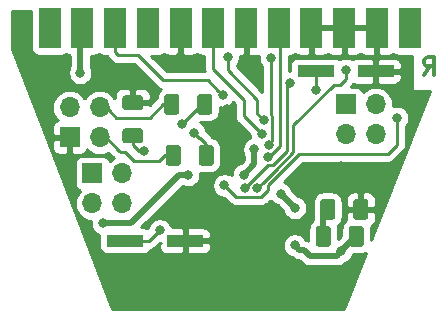
<source format=gbr>
G04 #@! TF.GenerationSoftware,KiCad,Pcbnew,(5.1.4)-1*
G04 #@! TF.CreationDate,2020-02-27T17:49:24+01:00*
G04 #@! TF.ProjectId,Joy_Reach_stacker,4a6f795f-5265-4616-9368-5f737461636b,rev?*
G04 #@! TF.SameCoordinates,Original*
G04 #@! TF.FileFunction,Copper,L2,Bot*
G04 #@! TF.FilePolarity,Positive*
%FSLAX46Y46*%
G04 Gerber Fmt 4.6, Leading zero omitted, Abs format (unit mm)*
G04 Created by KiCad (PCBNEW (5.1.4)-1) date 2020-02-27 17:49:24*
%MOMM*%
%LPD*%
G04 APERTURE LIST*
%ADD10C,0.300000*%
%ADD11C,0.100000*%
%ADD12C,1.250000*%
%ADD13R,1.700000X1.700000*%
%ADD14O,1.700000X1.700000*%
%ADD15R,3.150000X1.000000*%
%ADD16R,1.846667X3.480000*%
%ADD17C,0.800000*%
%ADD18C,0.250000*%
%ADD19C,0.500000*%
%ADD20C,0.254000*%
G04 APERTURE END LIST*
D10*
X91356714Y-83101571D02*
X91856714Y-82387285D01*
X92213857Y-83101571D02*
X92213857Y-81601571D01*
X91642428Y-81601571D01*
X91499571Y-81673000D01*
X91428142Y-81744428D01*
X91356714Y-81887285D01*
X91356714Y-82101571D01*
X91428142Y-82244428D01*
X91499571Y-82315857D01*
X91642428Y-82387285D01*
X92213857Y-82387285D01*
D11*
G36*
X70497504Y-89042204D02*
G01*
X70521773Y-89045804D01*
X70545571Y-89051765D01*
X70568671Y-89060030D01*
X70590849Y-89070520D01*
X70611893Y-89083133D01*
X70631598Y-89097747D01*
X70649777Y-89114223D01*
X70666253Y-89132402D01*
X70680867Y-89152107D01*
X70693480Y-89173151D01*
X70703970Y-89195329D01*
X70712235Y-89218429D01*
X70718196Y-89242227D01*
X70721796Y-89266496D01*
X70723000Y-89291000D01*
X70723000Y-90541000D01*
X70721796Y-90565504D01*
X70718196Y-90589773D01*
X70712235Y-90613571D01*
X70703970Y-90636671D01*
X70693480Y-90658849D01*
X70680867Y-90679893D01*
X70666253Y-90699598D01*
X70649777Y-90717777D01*
X70631598Y-90734253D01*
X70611893Y-90748867D01*
X70590849Y-90761480D01*
X70568671Y-90771970D01*
X70545571Y-90780235D01*
X70521773Y-90786196D01*
X70497504Y-90789796D01*
X70473000Y-90791000D01*
X69723000Y-90791000D01*
X69698496Y-90789796D01*
X69674227Y-90786196D01*
X69650429Y-90780235D01*
X69627329Y-90771970D01*
X69605151Y-90761480D01*
X69584107Y-90748867D01*
X69564402Y-90734253D01*
X69546223Y-90717777D01*
X69529747Y-90699598D01*
X69515133Y-90679893D01*
X69502520Y-90658849D01*
X69492030Y-90636671D01*
X69483765Y-90613571D01*
X69477804Y-90589773D01*
X69474204Y-90565504D01*
X69473000Y-90541000D01*
X69473000Y-89291000D01*
X69474204Y-89266496D01*
X69477804Y-89242227D01*
X69483765Y-89218429D01*
X69492030Y-89195329D01*
X69502520Y-89173151D01*
X69515133Y-89152107D01*
X69529747Y-89132402D01*
X69546223Y-89114223D01*
X69564402Y-89097747D01*
X69584107Y-89083133D01*
X69605151Y-89070520D01*
X69627329Y-89060030D01*
X69650429Y-89051765D01*
X69674227Y-89045804D01*
X69698496Y-89042204D01*
X69723000Y-89041000D01*
X70473000Y-89041000D01*
X70497504Y-89042204D01*
X70497504Y-89042204D01*
G37*
D12*
X70098000Y-89916000D03*
D11*
G36*
X73297504Y-89042204D02*
G01*
X73321773Y-89045804D01*
X73345571Y-89051765D01*
X73368671Y-89060030D01*
X73390849Y-89070520D01*
X73411893Y-89083133D01*
X73431598Y-89097747D01*
X73449777Y-89114223D01*
X73466253Y-89132402D01*
X73480867Y-89152107D01*
X73493480Y-89173151D01*
X73503970Y-89195329D01*
X73512235Y-89218429D01*
X73518196Y-89242227D01*
X73521796Y-89266496D01*
X73523000Y-89291000D01*
X73523000Y-90541000D01*
X73521796Y-90565504D01*
X73518196Y-90589773D01*
X73512235Y-90613571D01*
X73503970Y-90636671D01*
X73493480Y-90658849D01*
X73480867Y-90679893D01*
X73466253Y-90699598D01*
X73449777Y-90717777D01*
X73431598Y-90734253D01*
X73411893Y-90748867D01*
X73390849Y-90761480D01*
X73368671Y-90771970D01*
X73345571Y-90780235D01*
X73321773Y-90786196D01*
X73297504Y-90789796D01*
X73273000Y-90791000D01*
X72523000Y-90791000D01*
X72498496Y-90789796D01*
X72474227Y-90786196D01*
X72450429Y-90780235D01*
X72427329Y-90771970D01*
X72405151Y-90761480D01*
X72384107Y-90748867D01*
X72364402Y-90734253D01*
X72346223Y-90717777D01*
X72329747Y-90699598D01*
X72315133Y-90679893D01*
X72302520Y-90658849D01*
X72292030Y-90636671D01*
X72283765Y-90613571D01*
X72277804Y-90589773D01*
X72274204Y-90565504D01*
X72273000Y-90541000D01*
X72273000Y-89291000D01*
X72274204Y-89266496D01*
X72277804Y-89242227D01*
X72283765Y-89218429D01*
X72292030Y-89195329D01*
X72302520Y-89173151D01*
X72315133Y-89152107D01*
X72329747Y-89132402D01*
X72346223Y-89114223D01*
X72364402Y-89097747D01*
X72384107Y-89083133D01*
X72405151Y-89070520D01*
X72427329Y-89060030D01*
X72450429Y-89051765D01*
X72474227Y-89045804D01*
X72498496Y-89042204D01*
X72523000Y-89041000D01*
X73273000Y-89041000D01*
X73297504Y-89042204D01*
X73297504Y-89042204D01*
G37*
D12*
X72898000Y-89916000D03*
D13*
X84709000Y-85598000D03*
D14*
X87249000Y-85598000D03*
X84709000Y-88138000D03*
X87249000Y-88138000D03*
D11*
G36*
X67324504Y-84841204D02*
G01*
X67348773Y-84844804D01*
X67372571Y-84850765D01*
X67395671Y-84859030D01*
X67417849Y-84869520D01*
X67438893Y-84882133D01*
X67458598Y-84896747D01*
X67476777Y-84913223D01*
X67493253Y-84931402D01*
X67507867Y-84951107D01*
X67520480Y-84972151D01*
X67530970Y-84994329D01*
X67539235Y-85017429D01*
X67545196Y-85041227D01*
X67548796Y-85065496D01*
X67550000Y-85090000D01*
X67550000Y-85840000D01*
X67548796Y-85864504D01*
X67545196Y-85888773D01*
X67539235Y-85912571D01*
X67530970Y-85935671D01*
X67520480Y-85957849D01*
X67507867Y-85978893D01*
X67493253Y-85998598D01*
X67476777Y-86016777D01*
X67458598Y-86033253D01*
X67438893Y-86047867D01*
X67417849Y-86060480D01*
X67395671Y-86070970D01*
X67372571Y-86079235D01*
X67348773Y-86085196D01*
X67324504Y-86088796D01*
X67300000Y-86090000D01*
X66050000Y-86090000D01*
X66025496Y-86088796D01*
X66001227Y-86085196D01*
X65977429Y-86079235D01*
X65954329Y-86070970D01*
X65932151Y-86060480D01*
X65911107Y-86047867D01*
X65891402Y-86033253D01*
X65873223Y-86016777D01*
X65856747Y-85998598D01*
X65842133Y-85978893D01*
X65829520Y-85957849D01*
X65819030Y-85935671D01*
X65810765Y-85912571D01*
X65804804Y-85888773D01*
X65801204Y-85864504D01*
X65800000Y-85840000D01*
X65800000Y-85090000D01*
X65801204Y-85065496D01*
X65804804Y-85041227D01*
X65810765Y-85017429D01*
X65819030Y-84994329D01*
X65829520Y-84972151D01*
X65842133Y-84951107D01*
X65856747Y-84931402D01*
X65873223Y-84913223D01*
X65891402Y-84896747D01*
X65911107Y-84882133D01*
X65932151Y-84869520D01*
X65954329Y-84859030D01*
X65977429Y-84850765D01*
X66001227Y-84844804D01*
X66025496Y-84841204D01*
X66050000Y-84840000D01*
X67300000Y-84840000D01*
X67324504Y-84841204D01*
X67324504Y-84841204D01*
G37*
D12*
X66675000Y-85465000D03*
D11*
G36*
X67324504Y-87641204D02*
G01*
X67348773Y-87644804D01*
X67372571Y-87650765D01*
X67395671Y-87659030D01*
X67417849Y-87669520D01*
X67438893Y-87682133D01*
X67458598Y-87696747D01*
X67476777Y-87713223D01*
X67493253Y-87731402D01*
X67507867Y-87751107D01*
X67520480Y-87772151D01*
X67530970Y-87794329D01*
X67539235Y-87817429D01*
X67545196Y-87841227D01*
X67548796Y-87865496D01*
X67550000Y-87890000D01*
X67550000Y-88640000D01*
X67548796Y-88664504D01*
X67545196Y-88688773D01*
X67539235Y-88712571D01*
X67530970Y-88735671D01*
X67520480Y-88757849D01*
X67507867Y-88778893D01*
X67493253Y-88798598D01*
X67476777Y-88816777D01*
X67458598Y-88833253D01*
X67438893Y-88847867D01*
X67417849Y-88860480D01*
X67395671Y-88870970D01*
X67372571Y-88879235D01*
X67348773Y-88885196D01*
X67324504Y-88888796D01*
X67300000Y-88890000D01*
X66050000Y-88890000D01*
X66025496Y-88888796D01*
X66001227Y-88885196D01*
X65977429Y-88879235D01*
X65954329Y-88870970D01*
X65932151Y-88860480D01*
X65911107Y-88847867D01*
X65891402Y-88833253D01*
X65873223Y-88816777D01*
X65856747Y-88798598D01*
X65842133Y-88778893D01*
X65829520Y-88757849D01*
X65819030Y-88735671D01*
X65810765Y-88712571D01*
X65804804Y-88688773D01*
X65801204Y-88664504D01*
X65800000Y-88640000D01*
X65800000Y-87890000D01*
X65801204Y-87865496D01*
X65804804Y-87841227D01*
X65810765Y-87817429D01*
X65819030Y-87794329D01*
X65829520Y-87772151D01*
X65842133Y-87751107D01*
X65856747Y-87731402D01*
X65873223Y-87713223D01*
X65891402Y-87696747D01*
X65911107Y-87682133D01*
X65932151Y-87669520D01*
X65954329Y-87659030D01*
X65977429Y-87650765D01*
X66001227Y-87644804D01*
X66025496Y-87641204D01*
X66050000Y-87640000D01*
X67300000Y-87640000D01*
X67324504Y-87641204D01*
X67324504Y-87641204D01*
G37*
D12*
X66675000Y-88265000D03*
D11*
G36*
X86378504Y-93614204D02*
G01*
X86402773Y-93617804D01*
X86426571Y-93623765D01*
X86449671Y-93632030D01*
X86471849Y-93642520D01*
X86492893Y-93655133D01*
X86512598Y-93669747D01*
X86530777Y-93686223D01*
X86547253Y-93704402D01*
X86561867Y-93724107D01*
X86574480Y-93745151D01*
X86584970Y-93767329D01*
X86593235Y-93790429D01*
X86599196Y-93814227D01*
X86602796Y-93838496D01*
X86604000Y-93863000D01*
X86604000Y-95113000D01*
X86602796Y-95137504D01*
X86599196Y-95161773D01*
X86593235Y-95185571D01*
X86584970Y-95208671D01*
X86574480Y-95230849D01*
X86561867Y-95251893D01*
X86547253Y-95271598D01*
X86530777Y-95289777D01*
X86512598Y-95306253D01*
X86492893Y-95320867D01*
X86471849Y-95333480D01*
X86449671Y-95343970D01*
X86426571Y-95352235D01*
X86402773Y-95358196D01*
X86378504Y-95361796D01*
X86354000Y-95363000D01*
X85604000Y-95363000D01*
X85579496Y-95361796D01*
X85555227Y-95358196D01*
X85531429Y-95352235D01*
X85508329Y-95343970D01*
X85486151Y-95333480D01*
X85465107Y-95320867D01*
X85445402Y-95306253D01*
X85427223Y-95289777D01*
X85410747Y-95271598D01*
X85396133Y-95251893D01*
X85383520Y-95230849D01*
X85373030Y-95208671D01*
X85364765Y-95185571D01*
X85358804Y-95161773D01*
X85355204Y-95137504D01*
X85354000Y-95113000D01*
X85354000Y-93863000D01*
X85355204Y-93838496D01*
X85358804Y-93814227D01*
X85364765Y-93790429D01*
X85373030Y-93767329D01*
X85383520Y-93745151D01*
X85396133Y-93724107D01*
X85410747Y-93704402D01*
X85427223Y-93686223D01*
X85445402Y-93669747D01*
X85465107Y-93655133D01*
X85486151Y-93642520D01*
X85508329Y-93632030D01*
X85531429Y-93623765D01*
X85555227Y-93617804D01*
X85579496Y-93614204D01*
X85604000Y-93613000D01*
X86354000Y-93613000D01*
X86378504Y-93614204D01*
X86378504Y-93614204D01*
G37*
D12*
X85979000Y-94488000D03*
D11*
G36*
X83578504Y-93614204D02*
G01*
X83602773Y-93617804D01*
X83626571Y-93623765D01*
X83649671Y-93632030D01*
X83671849Y-93642520D01*
X83692893Y-93655133D01*
X83712598Y-93669747D01*
X83730777Y-93686223D01*
X83747253Y-93704402D01*
X83761867Y-93724107D01*
X83774480Y-93745151D01*
X83784970Y-93767329D01*
X83793235Y-93790429D01*
X83799196Y-93814227D01*
X83802796Y-93838496D01*
X83804000Y-93863000D01*
X83804000Y-95113000D01*
X83802796Y-95137504D01*
X83799196Y-95161773D01*
X83793235Y-95185571D01*
X83784970Y-95208671D01*
X83774480Y-95230849D01*
X83761867Y-95251893D01*
X83747253Y-95271598D01*
X83730777Y-95289777D01*
X83712598Y-95306253D01*
X83692893Y-95320867D01*
X83671849Y-95333480D01*
X83649671Y-95343970D01*
X83626571Y-95352235D01*
X83602773Y-95358196D01*
X83578504Y-95361796D01*
X83554000Y-95363000D01*
X82804000Y-95363000D01*
X82779496Y-95361796D01*
X82755227Y-95358196D01*
X82731429Y-95352235D01*
X82708329Y-95343970D01*
X82686151Y-95333480D01*
X82665107Y-95320867D01*
X82645402Y-95306253D01*
X82627223Y-95289777D01*
X82610747Y-95271598D01*
X82596133Y-95251893D01*
X82583520Y-95230849D01*
X82573030Y-95208671D01*
X82564765Y-95185571D01*
X82558804Y-95161773D01*
X82555204Y-95137504D01*
X82554000Y-95113000D01*
X82554000Y-93863000D01*
X82555204Y-93838496D01*
X82558804Y-93814227D01*
X82564765Y-93790429D01*
X82573030Y-93767329D01*
X82583520Y-93745151D01*
X82596133Y-93724107D01*
X82610747Y-93704402D01*
X82627223Y-93686223D01*
X82645402Y-93669747D01*
X82665107Y-93655133D01*
X82686151Y-93642520D01*
X82708329Y-93632030D01*
X82731429Y-93623765D01*
X82755227Y-93617804D01*
X82779496Y-93614204D01*
X82804000Y-93613000D01*
X83554000Y-93613000D01*
X83578504Y-93614204D01*
X83578504Y-93614204D01*
G37*
D12*
X83179000Y-94488000D03*
D15*
X71105000Y-97155000D03*
X66055000Y-97155000D03*
X82184000Y-82804000D03*
X87234000Y-82804000D03*
D11*
G36*
X73170504Y-84724204D02*
G01*
X73194773Y-84727804D01*
X73218571Y-84733765D01*
X73241671Y-84742030D01*
X73263849Y-84752520D01*
X73284893Y-84765133D01*
X73304598Y-84779747D01*
X73322777Y-84796223D01*
X73339253Y-84814402D01*
X73353867Y-84834107D01*
X73366480Y-84855151D01*
X73376970Y-84877329D01*
X73385235Y-84900429D01*
X73391196Y-84924227D01*
X73394796Y-84948496D01*
X73396000Y-84973000D01*
X73396000Y-86223000D01*
X73394796Y-86247504D01*
X73391196Y-86271773D01*
X73385235Y-86295571D01*
X73376970Y-86318671D01*
X73366480Y-86340849D01*
X73353867Y-86361893D01*
X73339253Y-86381598D01*
X73322777Y-86399777D01*
X73304598Y-86416253D01*
X73284893Y-86430867D01*
X73263849Y-86443480D01*
X73241671Y-86453970D01*
X73218571Y-86462235D01*
X73194773Y-86468196D01*
X73170504Y-86471796D01*
X73146000Y-86473000D01*
X72396000Y-86473000D01*
X72371496Y-86471796D01*
X72347227Y-86468196D01*
X72323429Y-86462235D01*
X72300329Y-86453970D01*
X72278151Y-86443480D01*
X72257107Y-86430867D01*
X72237402Y-86416253D01*
X72219223Y-86399777D01*
X72202747Y-86381598D01*
X72188133Y-86361893D01*
X72175520Y-86340849D01*
X72165030Y-86318671D01*
X72156765Y-86295571D01*
X72150804Y-86271773D01*
X72147204Y-86247504D01*
X72146000Y-86223000D01*
X72146000Y-84973000D01*
X72147204Y-84948496D01*
X72150804Y-84924227D01*
X72156765Y-84900429D01*
X72165030Y-84877329D01*
X72175520Y-84855151D01*
X72188133Y-84834107D01*
X72202747Y-84814402D01*
X72219223Y-84796223D01*
X72237402Y-84779747D01*
X72257107Y-84765133D01*
X72278151Y-84752520D01*
X72300329Y-84742030D01*
X72323429Y-84733765D01*
X72347227Y-84727804D01*
X72371496Y-84724204D01*
X72396000Y-84723000D01*
X73146000Y-84723000D01*
X73170504Y-84724204D01*
X73170504Y-84724204D01*
G37*
D12*
X72771000Y-85598000D03*
D11*
G36*
X70370504Y-84724204D02*
G01*
X70394773Y-84727804D01*
X70418571Y-84733765D01*
X70441671Y-84742030D01*
X70463849Y-84752520D01*
X70484893Y-84765133D01*
X70504598Y-84779747D01*
X70522777Y-84796223D01*
X70539253Y-84814402D01*
X70553867Y-84834107D01*
X70566480Y-84855151D01*
X70576970Y-84877329D01*
X70585235Y-84900429D01*
X70591196Y-84924227D01*
X70594796Y-84948496D01*
X70596000Y-84973000D01*
X70596000Y-86223000D01*
X70594796Y-86247504D01*
X70591196Y-86271773D01*
X70585235Y-86295571D01*
X70576970Y-86318671D01*
X70566480Y-86340849D01*
X70553867Y-86361893D01*
X70539253Y-86381598D01*
X70522777Y-86399777D01*
X70504598Y-86416253D01*
X70484893Y-86430867D01*
X70463849Y-86443480D01*
X70441671Y-86453970D01*
X70418571Y-86462235D01*
X70394773Y-86468196D01*
X70370504Y-86471796D01*
X70346000Y-86473000D01*
X69596000Y-86473000D01*
X69571496Y-86471796D01*
X69547227Y-86468196D01*
X69523429Y-86462235D01*
X69500329Y-86453970D01*
X69478151Y-86443480D01*
X69457107Y-86430867D01*
X69437402Y-86416253D01*
X69419223Y-86399777D01*
X69402747Y-86381598D01*
X69388133Y-86361893D01*
X69375520Y-86340849D01*
X69365030Y-86318671D01*
X69356765Y-86295571D01*
X69350804Y-86271773D01*
X69347204Y-86247504D01*
X69346000Y-86223000D01*
X69346000Y-84973000D01*
X69347204Y-84948496D01*
X69350804Y-84924227D01*
X69356765Y-84900429D01*
X69365030Y-84877329D01*
X69375520Y-84855151D01*
X69388133Y-84834107D01*
X69402747Y-84814402D01*
X69419223Y-84796223D01*
X69437402Y-84779747D01*
X69457107Y-84765133D01*
X69478151Y-84752520D01*
X69500329Y-84742030D01*
X69523429Y-84733765D01*
X69547227Y-84727804D01*
X69571496Y-84724204D01*
X69596000Y-84723000D01*
X70346000Y-84723000D01*
X70370504Y-84724204D01*
X70370504Y-84724204D01*
G37*
D12*
X69971000Y-85598000D03*
D11*
G36*
X86003504Y-95900204D02*
G01*
X86027773Y-95903804D01*
X86051571Y-95909765D01*
X86074671Y-95918030D01*
X86096849Y-95928520D01*
X86117893Y-95941133D01*
X86137598Y-95955747D01*
X86155777Y-95972223D01*
X86172253Y-95990402D01*
X86186867Y-96010107D01*
X86199480Y-96031151D01*
X86209970Y-96053329D01*
X86218235Y-96076429D01*
X86224196Y-96100227D01*
X86227796Y-96124496D01*
X86229000Y-96149000D01*
X86229000Y-97399000D01*
X86227796Y-97423504D01*
X86224196Y-97447773D01*
X86218235Y-97471571D01*
X86209970Y-97494671D01*
X86199480Y-97516849D01*
X86186867Y-97537893D01*
X86172253Y-97557598D01*
X86155777Y-97575777D01*
X86137598Y-97592253D01*
X86117893Y-97606867D01*
X86096849Y-97619480D01*
X86074671Y-97629970D01*
X86051571Y-97638235D01*
X86027773Y-97644196D01*
X86003504Y-97647796D01*
X85979000Y-97649000D01*
X85229000Y-97649000D01*
X85204496Y-97647796D01*
X85180227Y-97644196D01*
X85156429Y-97638235D01*
X85133329Y-97629970D01*
X85111151Y-97619480D01*
X85090107Y-97606867D01*
X85070402Y-97592253D01*
X85052223Y-97575777D01*
X85035747Y-97557598D01*
X85021133Y-97537893D01*
X85008520Y-97516849D01*
X84998030Y-97494671D01*
X84989765Y-97471571D01*
X84983804Y-97447773D01*
X84980204Y-97423504D01*
X84979000Y-97399000D01*
X84979000Y-96149000D01*
X84980204Y-96124496D01*
X84983804Y-96100227D01*
X84989765Y-96076429D01*
X84998030Y-96053329D01*
X85008520Y-96031151D01*
X85021133Y-96010107D01*
X85035747Y-95990402D01*
X85052223Y-95972223D01*
X85070402Y-95955747D01*
X85090107Y-95941133D01*
X85111151Y-95928520D01*
X85133329Y-95918030D01*
X85156429Y-95909765D01*
X85180227Y-95903804D01*
X85204496Y-95900204D01*
X85229000Y-95899000D01*
X85979000Y-95899000D01*
X86003504Y-95900204D01*
X86003504Y-95900204D01*
G37*
D12*
X85604000Y-96774000D03*
D11*
G36*
X83203504Y-95900204D02*
G01*
X83227773Y-95903804D01*
X83251571Y-95909765D01*
X83274671Y-95918030D01*
X83296849Y-95928520D01*
X83317893Y-95941133D01*
X83337598Y-95955747D01*
X83355777Y-95972223D01*
X83372253Y-95990402D01*
X83386867Y-96010107D01*
X83399480Y-96031151D01*
X83409970Y-96053329D01*
X83418235Y-96076429D01*
X83424196Y-96100227D01*
X83427796Y-96124496D01*
X83429000Y-96149000D01*
X83429000Y-97399000D01*
X83427796Y-97423504D01*
X83424196Y-97447773D01*
X83418235Y-97471571D01*
X83409970Y-97494671D01*
X83399480Y-97516849D01*
X83386867Y-97537893D01*
X83372253Y-97557598D01*
X83355777Y-97575777D01*
X83337598Y-97592253D01*
X83317893Y-97606867D01*
X83296849Y-97619480D01*
X83274671Y-97629970D01*
X83251571Y-97638235D01*
X83227773Y-97644196D01*
X83203504Y-97647796D01*
X83179000Y-97649000D01*
X82429000Y-97649000D01*
X82404496Y-97647796D01*
X82380227Y-97644196D01*
X82356429Y-97638235D01*
X82333329Y-97629970D01*
X82311151Y-97619480D01*
X82290107Y-97606867D01*
X82270402Y-97592253D01*
X82252223Y-97575777D01*
X82235747Y-97557598D01*
X82221133Y-97537893D01*
X82208520Y-97516849D01*
X82198030Y-97494671D01*
X82189765Y-97471571D01*
X82183804Y-97447773D01*
X82180204Y-97423504D01*
X82179000Y-97399000D01*
X82179000Y-96149000D01*
X82180204Y-96124496D01*
X82183804Y-96100227D01*
X82189765Y-96076429D01*
X82198030Y-96053329D01*
X82208520Y-96031151D01*
X82221133Y-96010107D01*
X82235747Y-95990402D01*
X82252223Y-95972223D01*
X82270402Y-95955747D01*
X82290107Y-95941133D01*
X82311151Y-95928520D01*
X82333329Y-95918030D01*
X82356429Y-95909765D01*
X82380227Y-95903804D01*
X82404496Y-95900204D01*
X82429000Y-95899000D01*
X83179000Y-95899000D01*
X83203504Y-95900204D01*
X83203504Y-95900204D01*
G37*
D12*
X82804000Y-96774000D03*
D14*
X65786000Y-93980000D03*
X63246000Y-93980000D03*
X65786000Y-91440000D03*
D13*
X63246000Y-91440000D03*
X61341000Y-88392000D03*
D14*
X61341000Y-85852000D03*
X63881000Y-88392000D03*
X63881000Y-85852000D03*
D16*
X59647000Y-79121000D03*
X62417000Y-79121000D03*
X65187000Y-79121000D03*
X67957000Y-79121000D03*
X70727000Y-79121000D03*
X73497000Y-79121000D03*
X76267000Y-79121000D03*
X79037000Y-79121000D03*
X81807000Y-79121000D03*
X84577000Y-79121000D03*
X87347000Y-79121000D03*
X90117000Y-79121000D03*
D17*
X59309000Y-84963000D03*
X74676000Y-85979000D03*
X76347002Y-81681002D03*
X69651346Y-81843346D03*
X84328000Y-90805000D03*
X62230000Y-82931000D03*
X71374000Y-91567000D03*
X76962000Y-89408000D03*
X76073000Y-91567000D03*
X79184500Y-93154500D03*
X80391000Y-94361000D03*
X80391000Y-97536000D03*
X84331000Y-98047000D03*
X64135000Y-95678000D03*
X67595000Y-89535000D03*
X68961000Y-96266000D03*
X82169000Y-84361000D03*
X77761000Y-86931002D03*
X74710510Y-81626490D03*
X78396000Y-81661000D03*
X78212354Y-89016660D03*
X84709000Y-82677000D03*
X77225304Y-92710001D03*
X76200000Y-92710000D03*
X80010000Y-83820000D03*
X80010000Y-83820000D03*
X74422000Y-92456000D03*
X89027000Y-86741000D03*
X74295000Y-84836000D03*
X77597000Y-88138000D03*
X78105000Y-90043000D03*
X70815000Y-87300000D03*
X71882000Y-88011000D03*
D18*
X69994654Y-81843346D02*
X69651346Y-81843346D01*
X70727000Y-79121000D02*
X70727000Y-81111000D01*
X70727000Y-81111000D02*
X69994654Y-81843346D01*
D19*
X85979000Y-94488000D02*
X85979000Y-93513000D01*
X62278937Y-79259063D02*
X62417000Y-79121000D01*
X62230000Y-79308000D02*
X62417000Y-79121000D01*
X62230000Y-82931000D02*
X62230000Y-79308000D01*
X76962000Y-90678000D02*
X76073000Y-91567000D01*
X76962000Y-89408000D02*
X76962000Y-90678000D01*
X79184500Y-93154500D02*
X80391000Y-94361000D01*
X80137000Y-94107000D02*
X80391000Y-94361000D01*
X81664000Y-98428000D02*
X83950000Y-98428000D01*
X81171999Y-97935999D02*
X81664000Y-98428000D01*
X80790999Y-97935999D02*
X81171999Y-97935999D01*
X80391000Y-97536000D02*
X80790999Y-97935999D01*
X84331000Y-98047000D02*
X85604000Y-96774000D01*
X83950000Y-98428000D02*
X84331000Y-98047000D01*
X66501000Y-95678000D02*
X64135000Y-95678000D01*
X71374000Y-91567000D02*
X70612000Y-91567000D01*
X70612000Y-91567000D02*
X66501000Y-95678000D01*
D18*
X66675000Y-89027000D02*
X67183000Y-89535000D01*
X66675000Y-88265000D02*
X66675000Y-89027000D01*
X67183000Y-89535000D02*
X67595000Y-89535000D01*
X82804000Y-96771000D02*
X82804000Y-94488000D01*
D19*
X82804000Y-94863000D02*
X83179000Y-94488000D01*
X82804000Y-96774000D02*
X82804000Y-94863000D01*
D18*
X68072000Y-97155000D02*
X68961000Y-96266000D01*
X66055000Y-97155000D02*
X68072000Y-97155000D01*
X82169000Y-82931000D02*
X82042000Y-82804000D01*
X82169000Y-84361000D02*
X82169000Y-82931000D01*
X77216000Y-85217000D02*
X74708726Y-82709726D01*
X77761000Y-86931002D02*
X77216000Y-86386002D01*
X77216000Y-86386002D02*
X77216000Y-85217000D01*
X74710510Y-82707942D02*
X74708726Y-82709726D01*
X74710510Y-81626490D02*
X74710510Y-82707942D01*
X78396000Y-86493000D02*
X78504999Y-86601999D01*
X78396000Y-81661000D02*
X78396000Y-86493000D01*
X78504999Y-86601999D02*
X78504999Y-88627001D01*
X78504999Y-88627001D02*
X78212354Y-88919646D01*
X78212354Y-88919646D02*
X78212354Y-89016660D01*
X84709000Y-83439000D02*
X84709000Y-82677000D01*
X83693000Y-83947000D02*
X84201000Y-83947000D01*
X77664295Y-92271010D02*
X77664295Y-92261705D01*
X84201000Y-83947000D02*
X84709000Y-83439000D01*
X77225304Y-92710001D02*
X77664295Y-92271010D01*
X77664295Y-92261705D02*
X78707989Y-91218011D01*
X78707989Y-91218011D02*
X78709400Y-91218010D01*
X78709400Y-91218010D02*
X80264000Y-89663410D01*
X80264000Y-87376000D02*
X83693000Y-83947000D01*
X80264000Y-89663410D02*
X80264000Y-87376000D01*
X79883000Y-83947000D02*
X80010000Y-83820000D01*
X79756000Y-84074000D02*
X79883000Y-83947000D01*
X79756000Y-89535000D02*
X79756000Y-84074000D01*
X78522999Y-90768001D02*
X79756000Y-89535000D01*
X78141999Y-90768001D02*
X78522999Y-90768001D01*
X76200000Y-92710000D02*
X78141999Y-90768001D01*
X88265000Y-89789000D02*
X89027000Y-89027000D01*
X80774820Y-89789000D02*
X88265000Y-89789000D01*
X78895801Y-91668019D02*
X80774820Y-89789000D01*
X75401001Y-93435001D02*
X77573305Y-93435002D01*
X74422000Y-92456000D02*
X75401001Y-93435001D01*
X77573305Y-93435002D02*
X78138153Y-92870153D01*
X78138153Y-92870153D02*
X78138153Y-92424257D01*
X78138153Y-92424257D02*
X78894391Y-91668019D01*
X78894391Y-91668019D02*
X78895801Y-91668019D01*
X89027000Y-89027000D02*
X89027000Y-86741000D01*
X65187000Y-80603000D02*
X65187000Y-78613000D01*
X69226020Y-83566000D02*
X67125010Y-81464990D01*
X67125010Y-81464990D02*
X65462990Y-81464990D01*
X65462990Y-81464990D02*
X65187000Y-81189000D01*
X65187000Y-81189000D02*
X65187000Y-80603000D01*
X73895001Y-84436001D02*
X73025000Y-83566000D01*
X74295000Y-84836000D02*
X73895001Y-84436001D01*
X73025000Y-83566000D02*
X69226020Y-83566000D01*
X73497000Y-82641000D02*
X73497000Y-78994000D01*
X76073000Y-85217000D02*
X73497000Y-82641000D01*
X77597000Y-88138000D02*
X76073000Y-86614000D01*
X76073000Y-86614000D02*
X76073000Y-85217000D01*
X79121000Y-78697000D02*
X79037000Y-78613000D01*
X78105000Y-90043000D02*
X78232000Y-90043000D01*
X79121000Y-89154000D02*
X79121000Y-88773000D01*
X78232000Y-90043000D02*
X79121000Y-89154000D01*
X79121000Y-88773000D02*
X79121000Y-78697000D01*
X72517000Y-85598000D02*
X72771000Y-85598000D01*
X70815000Y-87300000D02*
X72517000Y-85598000D01*
X71882000Y-88011000D02*
X72281999Y-88410999D01*
X72898000Y-88941000D02*
X72898000Y-89916000D01*
X72367999Y-88410999D02*
X72898000Y-88941000D01*
X72281999Y-88410999D02*
X72367999Y-88410999D01*
X69373000Y-89916000D02*
X68865000Y-90424000D01*
X70098000Y-89916000D02*
X69373000Y-89916000D01*
X68865000Y-90424000D02*
X66802000Y-90424000D01*
X66802000Y-90424000D02*
X66040000Y-89662000D01*
X63881000Y-87884000D02*
X65532000Y-89535000D01*
X65659000Y-89662000D02*
X65532000Y-89535000D01*
X66040000Y-89662000D02*
X65659000Y-89662000D01*
X69971000Y-85598000D02*
X69246000Y-85598000D01*
X69246000Y-85598000D02*
X68103000Y-86741000D01*
X64730999Y-86193999D02*
X65278000Y-86741000D01*
X63881000Y-85344000D02*
X64730999Y-86193999D01*
X68103000Y-86741000D02*
X65278000Y-86741000D01*
D20*
G36*
X58085595Y-80861000D02*
G01*
X58097855Y-80985482D01*
X58134165Y-81105180D01*
X58193130Y-81215494D01*
X58272482Y-81312185D01*
X58369173Y-81391537D01*
X58479487Y-81450502D01*
X58599185Y-81486812D01*
X58723667Y-81499072D01*
X60570333Y-81499072D01*
X60694815Y-81486812D01*
X60814513Y-81450502D01*
X60924827Y-81391537D01*
X61021518Y-81312185D01*
X61032000Y-81299413D01*
X61042482Y-81312185D01*
X61139173Y-81391537D01*
X61249487Y-81450502D01*
X61345000Y-81479476D01*
X61345000Y-82392545D01*
X61312795Y-82440744D01*
X61234774Y-82629102D01*
X61195000Y-82829061D01*
X61195000Y-83032939D01*
X61234774Y-83232898D01*
X61312795Y-83421256D01*
X61426063Y-83590774D01*
X61570226Y-83734937D01*
X61739744Y-83848205D01*
X61928102Y-83926226D01*
X62128061Y-83966000D01*
X62331939Y-83966000D01*
X62531898Y-83926226D01*
X62720256Y-83848205D01*
X62889774Y-83734937D01*
X63033937Y-83590774D01*
X63147205Y-83421256D01*
X63225226Y-83232898D01*
X63265000Y-83032939D01*
X63265000Y-82829061D01*
X63225226Y-82629102D01*
X63147205Y-82440744D01*
X63115000Y-82392546D01*
X63115000Y-81499072D01*
X63340333Y-81499072D01*
X63464815Y-81486812D01*
X63584513Y-81450502D01*
X63694827Y-81391537D01*
X63791518Y-81312185D01*
X63802000Y-81299413D01*
X63812482Y-81312185D01*
X63909173Y-81391537D01*
X64019487Y-81450502D01*
X64139185Y-81486812D01*
X64263667Y-81499072D01*
X64490982Y-81499072D01*
X64552026Y-81613276D01*
X64591871Y-81661826D01*
X64646999Y-81729001D01*
X64676003Y-81752804D01*
X64899186Y-81975987D01*
X64922989Y-82004991D01*
X65038714Y-82099964D01*
X65170743Y-82170536D01*
X65314004Y-82213993D01*
X65425657Y-82224990D01*
X65425667Y-82224990D01*
X65462990Y-82228666D01*
X65500313Y-82224990D01*
X66810209Y-82224990D01*
X68662220Y-84077002D01*
X68686019Y-84106001D01*
X68801744Y-84200974D01*
X68933773Y-84271546D01*
X69024174Y-84298968D01*
X68968038Y-84345038D01*
X68857595Y-84479614D01*
X68775528Y-84633150D01*
X68724992Y-84799746D01*
X68707928Y-84973000D01*
X68707928Y-85056416D01*
X68705999Y-85057999D01*
X68682201Y-85086997D01*
X68101724Y-85667474D01*
X68026250Y-85592000D01*
X66802000Y-85592000D01*
X66802000Y-85612000D01*
X66548000Y-85612000D01*
X66548000Y-85592000D01*
X66528000Y-85592000D01*
X66528000Y-85338000D01*
X66548000Y-85338000D01*
X66548000Y-84363750D01*
X66802000Y-84363750D01*
X66802000Y-85338000D01*
X68026250Y-85338000D01*
X68185000Y-85179250D01*
X68188072Y-84840000D01*
X68175812Y-84715518D01*
X68139502Y-84595820D01*
X68080537Y-84485506D01*
X68001185Y-84388815D01*
X67904494Y-84309463D01*
X67794180Y-84250498D01*
X67674482Y-84214188D01*
X67550000Y-84201928D01*
X66960750Y-84205000D01*
X66802000Y-84363750D01*
X66548000Y-84363750D01*
X66389250Y-84205000D01*
X65800000Y-84201928D01*
X65675518Y-84214188D01*
X65555820Y-84250498D01*
X65445506Y-84309463D01*
X65348815Y-84388815D01*
X65269463Y-84485506D01*
X65210498Y-84595820D01*
X65174188Y-84715518D01*
X65161928Y-84840000D01*
X65164307Y-85102686D01*
X65121706Y-85022986D01*
X64936134Y-84796866D01*
X64710014Y-84611294D01*
X64452034Y-84473401D01*
X64172111Y-84388487D01*
X63953950Y-84367000D01*
X63808050Y-84367000D01*
X63589889Y-84388487D01*
X63309966Y-84473401D01*
X63051986Y-84611294D01*
X62825866Y-84796866D01*
X62640294Y-85022986D01*
X62611000Y-85077791D01*
X62581706Y-85022986D01*
X62396134Y-84796866D01*
X62170014Y-84611294D01*
X61912034Y-84473401D01*
X61632111Y-84388487D01*
X61413950Y-84367000D01*
X61268050Y-84367000D01*
X61049889Y-84388487D01*
X60769966Y-84473401D01*
X60511986Y-84611294D01*
X60285866Y-84796866D01*
X60100294Y-85022986D01*
X59962401Y-85280966D01*
X59877487Y-85560889D01*
X59848815Y-85852000D01*
X59877487Y-86143111D01*
X59962401Y-86423034D01*
X60100294Y-86681014D01*
X60285866Y-86907134D01*
X60315687Y-86931607D01*
X60246820Y-86952498D01*
X60136506Y-87011463D01*
X60039815Y-87090815D01*
X59960463Y-87187506D01*
X59901498Y-87297820D01*
X59865188Y-87417518D01*
X59852928Y-87542000D01*
X59856000Y-88106250D01*
X60014750Y-88265000D01*
X61214000Y-88265000D01*
X61214000Y-88245000D01*
X61468000Y-88245000D01*
X61468000Y-88265000D01*
X61488000Y-88265000D01*
X61488000Y-88519000D01*
X61468000Y-88519000D01*
X61468000Y-89718250D01*
X61626750Y-89877000D01*
X62191000Y-89880072D01*
X62315482Y-89867812D01*
X62435180Y-89831502D01*
X62545494Y-89772537D01*
X62642185Y-89693185D01*
X62721537Y-89596494D01*
X62780502Y-89486180D01*
X62801393Y-89417313D01*
X62825866Y-89447134D01*
X63051986Y-89632706D01*
X63309966Y-89770599D01*
X63589889Y-89855513D01*
X63808050Y-89877000D01*
X63953950Y-89877000D01*
X64172111Y-89855513D01*
X64452034Y-89770599D01*
X64608933Y-89686735D01*
X65020997Y-90098799D01*
X65021003Y-90098804D01*
X65064191Y-90141992D01*
X64956986Y-90199294D01*
X64730866Y-90384866D01*
X64706393Y-90414687D01*
X64685502Y-90345820D01*
X64626537Y-90235506D01*
X64547185Y-90138815D01*
X64450494Y-90059463D01*
X64340180Y-90000498D01*
X64220482Y-89964188D01*
X64096000Y-89951928D01*
X62396000Y-89951928D01*
X62271518Y-89964188D01*
X62151820Y-90000498D01*
X62041506Y-90059463D01*
X61944815Y-90138815D01*
X61865463Y-90235506D01*
X61806498Y-90345820D01*
X61770188Y-90465518D01*
X61757928Y-90590000D01*
X61757928Y-92290000D01*
X61770188Y-92414482D01*
X61806498Y-92534180D01*
X61865463Y-92644494D01*
X61944815Y-92741185D01*
X62041506Y-92820537D01*
X62151820Y-92879502D01*
X62220687Y-92900393D01*
X62190866Y-92924866D01*
X62005294Y-93150986D01*
X61867401Y-93408966D01*
X61782487Y-93688889D01*
X61753815Y-93980000D01*
X61782487Y-94271111D01*
X61867401Y-94551034D01*
X62005294Y-94809014D01*
X62190866Y-95035134D01*
X62416986Y-95220706D01*
X62674966Y-95358599D01*
X62954889Y-95443513D01*
X63123070Y-95460077D01*
X63100000Y-95576061D01*
X63100000Y-95779939D01*
X63139774Y-95979898D01*
X63217795Y-96168256D01*
X63331063Y-96337774D01*
X63475226Y-96481937D01*
X63644744Y-96595205D01*
X63833102Y-96673226D01*
X63841928Y-96674982D01*
X63841928Y-97655000D01*
X63854188Y-97779482D01*
X63890498Y-97899180D01*
X63949463Y-98009494D01*
X64028815Y-98106185D01*
X64125506Y-98185537D01*
X64235820Y-98244502D01*
X64355518Y-98280812D01*
X64480000Y-98293072D01*
X67630000Y-98293072D01*
X67754482Y-98280812D01*
X67874180Y-98244502D01*
X67984494Y-98185537D01*
X68081185Y-98106185D01*
X68160537Y-98009494D01*
X68216698Y-97904425D01*
X68220986Y-97904003D01*
X68364247Y-97860546D01*
X68496276Y-97789974D01*
X68612001Y-97695001D01*
X68635803Y-97665998D01*
X69000801Y-97301000D01*
X69034750Y-97301000D01*
X68895000Y-97440750D01*
X68891928Y-97655000D01*
X68904188Y-97779482D01*
X68940498Y-97899180D01*
X68999463Y-98009494D01*
X69078815Y-98106185D01*
X69175506Y-98185537D01*
X69285820Y-98244502D01*
X69405518Y-98280812D01*
X69530000Y-98293072D01*
X70819250Y-98290000D01*
X70978000Y-98131250D01*
X70978000Y-97282000D01*
X71232000Y-97282000D01*
X71232000Y-98131250D01*
X71390750Y-98290000D01*
X72680000Y-98293072D01*
X72804482Y-98280812D01*
X72924180Y-98244502D01*
X73034494Y-98185537D01*
X73131185Y-98106185D01*
X73210537Y-98009494D01*
X73269502Y-97899180D01*
X73305812Y-97779482D01*
X73318072Y-97655000D01*
X73315000Y-97440750D01*
X73156250Y-97282000D01*
X71232000Y-97282000D01*
X70978000Y-97282000D01*
X70958000Y-97282000D01*
X70958000Y-97028000D01*
X70978000Y-97028000D01*
X70978000Y-96178750D01*
X71232000Y-96178750D01*
X71232000Y-97028000D01*
X73156250Y-97028000D01*
X73315000Y-96869250D01*
X73318072Y-96655000D01*
X73305812Y-96530518D01*
X73269502Y-96410820D01*
X73210537Y-96300506D01*
X73131185Y-96203815D01*
X73034494Y-96124463D01*
X72924180Y-96065498D01*
X72804482Y-96029188D01*
X72680000Y-96016928D01*
X71390750Y-96020000D01*
X71232000Y-96178750D01*
X70978000Y-96178750D01*
X70819250Y-96020000D01*
X69966941Y-96017969D01*
X69956226Y-95964102D01*
X69878205Y-95775744D01*
X69764937Y-95606226D01*
X69620774Y-95462063D01*
X69451256Y-95348795D01*
X69262898Y-95270774D01*
X69062939Y-95231000D01*
X68859061Y-95231000D01*
X68659102Y-95270774D01*
X68470744Y-95348795D01*
X68301226Y-95462063D01*
X68157063Y-95606226D01*
X68043795Y-95775744D01*
X67965774Y-95964102D01*
X67938741Y-96100007D01*
X67874180Y-96065498D01*
X67754482Y-96029188D01*
X67630000Y-96016928D01*
X67413650Y-96016928D01*
X70928030Y-92502549D01*
X71072102Y-92562226D01*
X71272061Y-92602000D01*
X71475939Y-92602000D01*
X71675898Y-92562226D01*
X71864256Y-92484205D01*
X72033774Y-92370937D01*
X72177937Y-92226774D01*
X72291205Y-92057256D01*
X72369226Y-91868898D01*
X72409000Y-91668939D01*
X72409000Y-91465061D01*
X72399420Y-91416900D01*
X72523000Y-91429072D01*
X73273000Y-91429072D01*
X73446254Y-91412008D01*
X73612850Y-91361472D01*
X73766386Y-91279405D01*
X73900962Y-91168962D01*
X74011405Y-91034386D01*
X74093472Y-90880850D01*
X74144008Y-90714254D01*
X74161072Y-90541000D01*
X74161072Y-89291000D01*
X74144008Y-89117746D01*
X74093472Y-88951150D01*
X74011405Y-88797614D01*
X73900962Y-88663038D01*
X73766386Y-88552595D01*
X73612850Y-88470528D01*
X73456019Y-88422954D01*
X73438001Y-88400999D01*
X73409003Y-88377202D01*
X72931802Y-87900001D01*
X72909886Y-87873296D01*
X72877226Y-87709102D01*
X72799205Y-87520744D01*
X72685937Y-87351226D01*
X72541774Y-87207063D01*
X72398113Y-87111072D01*
X73146000Y-87111072D01*
X73319254Y-87094008D01*
X73485850Y-87043472D01*
X73639386Y-86961405D01*
X73773962Y-86850962D01*
X73884405Y-86716386D01*
X73966472Y-86562850D01*
X74017008Y-86396254D01*
X74034072Y-86223000D01*
X74034072Y-85839375D01*
X74193061Y-85871000D01*
X74396939Y-85871000D01*
X74596898Y-85831226D01*
X74785256Y-85753205D01*
X74954774Y-85639937D01*
X75098937Y-85495774D01*
X75170248Y-85389050D01*
X75313001Y-85531803D01*
X75313000Y-86576677D01*
X75309324Y-86614000D01*
X75313000Y-86651322D01*
X75313000Y-86651332D01*
X75323997Y-86762985D01*
X75365312Y-86899185D01*
X75367454Y-86906246D01*
X75438026Y-87038276D01*
X75475348Y-87083753D01*
X75532999Y-87154001D01*
X75562002Y-87177803D01*
X76562000Y-88177802D01*
X76562000Y-88239939D01*
X76601229Y-88437160D01*
X76471744Y-88490795D01*
X76302226Y-88604063D01*
X76158063Y-88748226D01*
X76044795Y-88917744D01*
X75966774Y-89106102D01*
X75927000Y-89306061D01*
X75927000Y-89509939D01*
X75966774Y-89709898D01*
X76044795Y-89898256D01*
X76077000Y-89946455D01*
X76077001Y-90311421D01*
X75827957Y-90560465D01*
X75771102Y-90571774D01*
X75582744Y-90649795D01*
X75413226Y-90763063D01*
X75269063Y-90907226D01*
X75155795Y-91076744D01*
X75077774Y-91265102D01*
X75038000Y-91465061D01*
X75038000Y-91622814D01*
X74912256Y-91538795D01*
X74723898Y-91460774D01*
X74523939Y-91421000D01*
X74320061Y-91421000D01*
X74120102Y-91460774D01*
X73931744Y-91538795D01*
X73762226Y-91652063D01*
X73618063Y-91796226D01*
X73504795Y-91965744D01*
X73426774Y-92154102D01*
X73387000Y-92354061D01*
X73387000Y-92557939D01*
X73426774Y-92757898D01*
X73504795Y-92946256D01*
X73618063Y-93115774D01*
X73762226Y-93259937D01*
X73931744Y-93373205D01*
X74120102Y-93451226D01*
X74320061Y-93491000D01*
X74382198Y-93491000D01*
X74837211Y-93946013D01*
X74861000Y-93975001D01*
X74889987Y-93998790D01*
X74889997Y-93998800D01*
X74976724Y-94069974D01*
X75108754Y-94140546D01*
X75252014Y-94184003D01*
X75401000Y-94198677D01*
X75438332Y-94195000D01*
X77535982Y-94195002D01*
X77573305Y-94198678D01*
X77610628Y-94195002D01*
X77610637Y-94195002D01*
X77722290Y-94184005D01*
X77865551Y-94140548D01*
X77997580Y-94069976D01*
X78057639Y-94020687D01*
X78084308Y-93998801D01*
X78084312Y-93998797D01*
X78113305Y-93975003D01*
X78137099Y-93946010D01*
X78335811Y-93747298D01*
X78380563Y-93814274D01*
X78524726Y-93958437D01*
X78694244Y-94071705D01*
X78882602Y-94149726D01*
X78939457Y-94161035D01*
X79384465Y-94606044D01*
X79395774Y-94662898D01*
X79473795Y-94851256D01*
X79587063Y-95020774D01*
X79731226Y-95164937D01*
X79900744Y-95278205D01*
X80089102Y-95356226D01*
X80289061Y-95396000D01*
X80492939Y-95396000D01*
X80692898Y-95356226D01*
X80881256Y-95278205D01*
X81050774Y-95164937D01*
X81194937Y-95020774D01*
X81308205Y-94851256D01*
X81386226Y-94662898D01*
X81426000Y-94462939D01*
X81426000Y-94259061D01*
X81386226Y-94059102D01*
X81308205Y-93870744D01*
X81194937Y-93701226D01*
X81050774Y-93557063D01*
X80881256Y-93443795D01*
X80692898Y-93365774D01*
X80636044Y-93354465D01*
X80191035Y-92909457D01*
X80179726Y-92852602D01*
X80101705Y-92664244D01*
X79988437Y-92494726D01*
X79844274Y-92350563D01*
X79674756Y-92237295D01*
X79486398Y-92159274D01*
X79480517Y-92158104D01*
X81089622Y-90549000D01*
X88227678Y-90549000D01*
X88265000Y-90552676D01*
X88302322Y-90549000D01*
X88302333Y-90549000D01*
X88413986Y-90538003D01*
X88557247Y-90494546D01*
X88689276Y-90423974D01*
X88805001Y-90329001D01*
X88828803Y-90299998D01*
X89538004Y-89590798D01*
X89567001Y-89567001D01*
X89661974Y-89451276D01*
X89732546Y-89319247D01*
X89776003Y-89175986D01*
X89787000Y-89064333D01*
X89787000Y-89064325D01*
X89790676Y-89027000D01*
X89787000Y-88989675D01*
X89787000Y-87444711D01*
X89830937Y-87400774D01*
X89944205Y-87231256D01*
X90022226Y-87042898D01*
X90062000Y-86842939D01*
X90062000Y-86639061D01*
X90022226Y-86439102D01*
X89944205Y-86250744D01*
X89830937Y-86081226D01*
X89686774Y-85937063D01*
X89517256Y-85823795D01*
X89328898Y-85745774D01*
X89128939Y-85706000D01*
X88925061Y-85706000D01*
X88726661Y-85745464D01*
X88741185Y-85598000D01*
X88712513Y-85306889D01*
X88627599Y-85026966D01*
X88489706Y-84768986D01*
X88304134Y-84542866D01*
X88078014Y-84357294D01*
X87820034Y-84219401D01*
X87540111Y-84134487D01*
X87321950Y-84113000D01*
X87176050Y-84113000D01*
X86957889Y-84134487D01*
X86677966Y-84219401D01*
X86419986Y-84357294D01*
X86193866Y-84542866D01*
X86169393Y-84572687D01*
X86148502Y-84503820D01*
X86089537Y-84393506D01*
X86010185Y-84296815D01*
X85913494Y-84217463D01*
X85803180Y-84158498D01*
X85683482Y-84122188D01*
X85559000Y-84109928D01*
X85112874Y-84109928D01*
X85220003Y-84002798D01*
X85249001Y-83979001D01*
X85343974Y-83863276D01*
X85347151Y-83857332D01*
X85414820Y-83893502D01*
X85534518Y-83929812D01*
X85659000Y-83942072D01*
X86948250Y-83939000D01*
X87107000Y-83780250D01*
X87107000Y-82931000D01*
X87361000Y-82931000D01*
X87361000Y-83780250D01*
X87519750Y-83939000D01*
X88809000Y-83942072D01*
X88933482Y-83929812D01*
X89053180Y-83893502D01*
X89163494Y-83834537D01*
X89260185Y-83755185D01*
X89339537Y-83658494D01*
X89398502Y-83548180D01*
X89434812Y-83428482D01*
X89447072Y-83304000D01*
X89444000Y-83089750D01*
X89285250Y-82931000D01*
X87361000Y-82931000D01*
X87107000Y-82931000D01*
X87087000Y-82931000D01*
X87087000Y-82677000D01*
X87107000Y-82677000D01*
X87107000Y-81827750D01*
X87361000Y-81827750D01*
X87361000Y-82677000D01*
X89285250Y-82677000D01*
X89444000Y-82518250D01*
X89447072Y-82304000D01*
X89434812Y-82179518D01*
X89398502Y-82059820D01*
X89339537Y-81949506D01*
X89260185Y-81852815D01*
X89163494Y-81773463D01*
X89053180Y-81714498D01*
X88933482Y-81678188D01*
X88809000Y-81665928D01*
X87519750Y-81669000D01*
X87361000Y-81827750D01*
X87107000Y-81827750D01*
X86948250Y-81669000D01*
X85659000Y-81665928D01*
X85534518Y-81678188D01*
X85414820Y-81714498D01*
X85304506Y-81773463D01*
X85266451Y-81804693D01*
X85199256Y-81759795D01*
X85010898Y-81681774D01*
X84810939Y-81642000D01*
X84607061Y-81642000D01*
X84407102Y-81681774D01*
X84218744Y-81759795D01*
X84151549Y-81804693D01*
X84113494Y-81773463D01*
X84003180Y-81714498D01*
X83883482Y-81678188D01*
X83759000Y-81665928D01*
X80609000Y-81665928D01*
X80484518Y-81678188D01*
X80364820Y-81714498D01*
X80254506Y-81773463D01*
X80157815Y-81852815D01*
X80078463Y-81949506D01*
X80019498Y-82059820D01*
X79983188Y-82179518D01*
X79970928Y-82304000D01*
X79970928Y-82785000D01*
X79908061Y-82785000D01*
X79881000Y-82790383D01*
X79881000Y-81499072D01*
X79960333Y-81499072D01*
X80084815Y-81486812D01*
X80204513Y-81450502D01*
X80314827Y-81391537D01*
X80411518Y-81312185D01*
X80422000Y-81299413D01*
X80432482Y-81312185D01*
X80529173Y-81391537D01*
X80639487Y-81450502D01*
X80759185Y-81486812D01*
X80883667Y-81499072D01*
X81521250Y-81496000D01*
X81680000Y-81337250D01*
X81680000Y-79248000D01*
X81934000Y-79248000D01*
X81934000Y-81337250D01*
X82092750Y-81496000D01*
X82730333Y-81499072D01*
X82854815Y-81486812D01*
X82974513Y-81450502D01*
X83084827Y-81391537D01*
X83181518Y-81312185D01*
X83192000Y-81299413D01*
X83202482Y-81312185D01*
X83299173Y-81391537D01*
X83409487Y-81450502D01*
X83529185Y-81486812D01*
X83653667Y-81499072D01*
X84291250Y-81496000D01*
X84450000Y-81337250D01*
X84450000Y-79248000D01*
X84704000Y-79248000D01*
X84704000Y-81337250D01*
X84862750Y-81496000D01*
X85500333Y-81499072D01*
X85624815Y-81486812D01*
X85744513Y-81450502D01*
X85854827Y-81391537D01*
X85951518Y-81312185D01*
X85962000Y-81299413D01*
X85972482Y-81312185D01*
X86069173Y-81391537D01*
X86179487Y-81450502D01*
X86299185Y-81486812D01*
X86423667Y-81499072D01*
X87061250Y-81496000D01*
X87220000Y-81337250D01*
X87220000Y-79248000D01*
X84704000Y-79248000D01*
X84450000Y-79248000D01*
X81934000Y-79248000D01*
X81680000Y-79248000D01*
X81660000Y-79248000D01*
X81660000Y-78994000D01*
X81680000Y-78994000D01*
X81680000Y-78974000D01*
X81934000Y-78974000D01*
X81934000Y-78994000D01*
X84450000Y-78994000D01*
X84450000Y-78974000D01*
X84704000Y-78974000D01*
X84704000Y-78994000D01*
X87220000Y-78994000D01*
X87220000Y-78974000D01*
X87474000Y-78974000D01*
X87474000Y-78994000D01*
X87494000Y-78994000D01*
X87494000Y-79248000D01*
X87474000Y-79248000D01*
X87474000Y-81337250D01*
X87632750Y-81496000D01*
X88270333Y-81499072D01*
X88394815Y-81486812D01*
X88514513Y-81450502D01*
X88624827Y-81391537D01*
X88721518Y-81312185D01*
X88732000Y-81299413D01*
X88742482Y-81312185D01*
X88839173Y-81391537D01*
X88949487Y-81450502D01*
X89069185Y-81486812D01*
X89193667Y-81499072D01*
X90286000Y-81499072D01*
X90286000Y-84453000D01*
X91841718Y-84453000D01*
X86867072Y-97064781D01*
X86867072Y-96149000D01*
X86850008Y-95975746D01*
X86843397Y-95953953D01*
X86848180Y-95952502D01*
X86958494Y-95893537D01*
X87055185Y-95814185D01*
X87134537Y-95717494D01*
X87193502Y-95607180D01*
X87229812Y-95487482D01*
X87242072Y-95363000D01*
X87239000Y-94773750D01*
X87080250Y-94615000D01*
X86106000Y-94615000D01*
X86106000Y-94635000D01*
X85852000Y-94635000D01*
X85852000Y-94615000D01*
X84877750Y-94615000D01*
X84719000Y-94773750D01*
X84715928Y-95363000D01*
X84721737Y-95421983D01*
X84601038Y-95521038D01*
X84490595Y-95655614D01*
X84408528Y-95809150D01*
X84357992Y-95975746D01*
X84340928Y-96149000D01*
X84340928Y-96785494D01*
X84085957Y-97040465D01*
X84067072Y-97044221D01*
X84067072Y-96149000D01*
X84050008Y-95975746D01*
X84017186Y-95867547D01*
X84047386Y-95851405D01*
X84181962Y-95740962D01*
X84292405Y-95606386D01*
X84374472Y-95452850D01*
X84425008Y-95286254D01*
X84442072Y-95113000D01*
X84442072Y-93863000D01*
X84425008Y-93689746D01*
X84401728Y-93613000D01*
X84715928Y-93613000D01*
X84719000Y-94202250D01*
X84877750Y-94361000D01*
X85852000Y-94361000D01*
X85852000Y-93136750D01*
X86106000Y-93136750D01*
X86106000Y-94361000D01*
X87080250Y-94361000D01*
X87239000Y-94202250D01*
X87242072Y-93613000D01*
X87229812Y-93488518D01*
X87193502Y-93368820D01*
X87134537Y-93258506D01*
X87055185Y-93161815D01*
X86958494Y-93082463D01*
X86848180Y-93023498D01*
X86728482Y-92987188D01*
X86604000Y-92974928D01*
X86264750Y-92978000D01*
X86106000Y-93136750D01*
X85852000Y-93136750D01*
X85693250Y-92978000D01*
X85354000Y-92974928D01*
X85229518Y-92987188D01*
X85109820Y-93023498D01*
X84999506Y-93082463D01*
X84902815Y-93161815D01*
X84823463Y-93258506D01*
X84764498Y-93368820D01*
X84728188Y-93488518D01*
X84715928Y-93613000D01*
X84401728Y-93613000D01*
X84374472Y-93523150D01*
X84292405Y-93369614D01*
X84181962Y-93235038D01*
X84047386Y-93124595D01*
X83893850Y-93042528D01*
X83727254Y-92991992D01*
X83554000Y-92974928D01*
X82804000Y-92974928D01*
X82630746Y-92991992D01*
X82464150Y-93042528D01*
X82310614Y-93124595D01*
X82176038Y-93235038D01*
X82065595Y-93369614D01*
X81983528Y-93523150D01*
X81932992Y-93689746D01*
X81915928Y-93863000D01*
X81915928Y-94850724D01*
X81914719Y-94863000D01*
X81915928Y-94875276D01*
X81915928Y-95113000D01*
X81919001Y-95144199D01*
X81919001Y-95424229D01*
X81801038Y-95521038D01*
X81690595Y-95655614D01*
X81608528Y-95809150D01*
X81557992Y-95975746D01*
X81540928Y-96149000D01*
X81540928Y-97129705D01*
X81512312Y-97114410D01*
X81345489Y-97063804D01*
X81314418Y-97060744D01*
X81308205Y-97045744D01*
X81194937Y-96876226D01*
X81050774Y-96732063D01*
X80881256Y-96618795D01*
X80692898Y-96540774D01*
X80492939Y-96501000D01*
X80289061Y-96501000D01*
X80089102Y-96540774D01*
X79900744Y-96618795D01*
X79731226Y-96732063D01*
X79587063Y-96876226D01*
X79473795Y-97045744D01*
X79395774Y-97234102D01*
X79356000Y-97434061D01*
X79356000Y-97637939D01*
X79395774Y-97837898D01*
X79473795Y-98026256D01*
X79587063Y-98195774D01*
X79731226Y-98339937D01*
X79900744Y-98453205D01*
X80089102Y-98531226D01*
X80143494Y-98542045D01*
X80162182Y-98564816D01*
X80296940Y-98675410D01*
X80450686Y-98757588D01*
X80617509Y-98808194D01*
X80747522Y-98820999D01*
X80747532Y-98820999D01*
X80790998Y-98825280D01*
X80808025Y-98823603D01*
X81007466Y-99023044D01*
X81035183Y-99056817D01*
X81169941Y-99167411D01*
X81323687Y-99249589D01*
X81490510Y-99300195D01*
X81620523Y-99313000D01*
X81620533Y-99313000D01*
X81663999Y-99317281D01*
X81707465Y-99313000D01*
X83906531Y-99313000D01*
X83950000Y-99317281D01*
X83993469Y-99313000D01*
X83993477Y-99313000D01*
X84123490Y-99300195D01*
X84290313Y-99249589D01*
X84444059Y-99167411D01*
X84578817Y-99056817D01*
X84582577Y-99052235D01*
X84632898Y-99042226D01*
X84821256Y-98964205D01*
X84990774Y-98850937D01*
X85134937Y-98706774D01*
X85248205Y-98537256D01*
X85326226Y-98348898D01*
X85337535Y-98292043D01*
X85342506Y-98287072D01*
X85979000Y-98287072D01*
X86152254Y-98270008D01*
X86318850Y-98219472D01*
X86436393Y-98156644D01*
X84556725Y-102922000D01*
X64877809Y-102922000D01*
X59651742Y-89242000D01*
X59852928Y-89242000D01*
X59865188Y-89366482D01*
X59901498Y-89486180D01*
X59960463Y-89596494D01*
X60039815Y-89693185D01*
X60136506Y-89772537D01*
X60246820Y-89831502D01*
X60366518Y-89867812D01*
X60491000Y-89880072D01*
X61055250Y-89877000D01*
X61214000Y-89718250D01*
X61214000Y-88519000D01*
X60014750Y-88519000D01*
X59856000Y-88677750D01*
X59852928Y-89242000D01*
X59651742Y-89242000D01*
X56463000Y-80895001D01*
X56463000Y-77672000D01*
X58085595Y-77672000D01*
X58085595Y-80861000D01*
X58085595Y-80861000D01*
G37*
X58085595Y-80861000D02*
X58097855Y-80985482D01*
X58134165Y-81105180D01*
X58193130Y-81215494D01*
X58272482Y-81312185D01*
X58369173Y-81391537D01*
X58479487Y-81450502D01*
X58599185Y-81486812D01*
X58723667Y-81499072D01*
X60570333Y-81499072D01*
X60694815Y-81486812D01*
X60814513Y-81450502D01*
X60924827Y-81391537D01*
X61021518Y-81312185D01*
X61032000Y-81299413D01*
X61042482Y-81312185D01*
X61139173Y-81391537D01*
X61249487Y-81450502D01*
X61345000Y-81479476D01*
X61345000Y-82392545D01*
X61312795Y-82440744D01*
X61234774Y-82629102D01*
X61195000Y-82829061D01*
X61195000Y-83032939D01*
X61234774Y-83232898D01*
X61312795Y-83421256D01*
X61426063Y-83590774D01*
X61570226Y-83734937D01*
X61739744Y-83848205D01*
X61928102Y-83926226D01*
X62128061Y-83966000D01*
X62331939Y-83966000D01*
X62531898Y-83926226D01*
X62720256Y-83848205D01*
X62889774Y-83734937D01*
X63033937Y-83590774D01*
X63147205Y-83421256D01*
X63225226Y-83232898D01*
X63265000Y-83032939D01*
X63265000Y-82829061D01*
X63225226Y-82629102D01*
X63147205Y-82440744D01*
X63115000Y-82392546D01*
X63115000Y-81499072D01*
X63340333Y-81499072D01*
X63464815Y-81486812D01*
X63584513Y-81450502D01*
X63694827Y-81391537D01*
X63791518Y-81312185D01*
X63802000Y-81299413D01*
X63812482Y-81312185D01*
X63909173Y-81391537D01*
X64019487Y-81450502D01*
X64139185Y-81486812D01*
X64263667Y-81499072D01*
X64490982Y-81499072D01*
X64552026Y-81613276D01*
X64591871Y-81661826D01*
X64646999Y-81729001D01*
X64676003Y-81752804D01*
X64899186Y-81975987D01*
X64922989Y-82004991D01*
X65038714Y-82099964D01*
X65170743Y-82170536D01*
X65314004Y-82213993D01*
X65425657Y-82224990D01*
X65425667Y-82224990D01*
X65462990Y-82228666D01*
X65500313Y-82224990D01*
X66810209Y-82224990D01*
X68662220Y-84077002D01*
X68686019Y-84106001D01*
X68801744Y-84200974D01*
X68933773Y-84271546D01*
X69024174Y-84298968D01*
X68968038Y-84345038D01*
X68857595Y-84479614D01*
X68775528Y-84633150D01*
X68724992Y-84799746D01*
X68707928Y-84973000D01*
X68707928Y-85056416D01*
X68705999Y-85057999D01*
X68682201Y-85086997D01*
X68101724Y-85667474D01*
X68026250Y-85592000D01*
X66802000Y-85592000D01*
X66802000Y-85612000D01*
X66548000Y-85612000D01*
X66548000Y-85592000D01*
X66528000Y-85592000D01*
X66528000Y-85338000D01*
X66548000Y-85338000D01*
X66548000Y-84363750D01*
X66802000Y-84363750D01*
X66802000Y-85338000D01*
X68026250Y-85338000D01*
X68185000Y-85179250D01*
X68188072Y-84840000D01*
X68175812Y-84715518D01*
X68139502Y-84595820D01*
X68080537Y-84485506D01*
X68001185Y-84388815D01*
X67904494Y-84309463D01*
X67794180Y-84250498D01*
X67674482Y-84214188D01*
X67550000Y-84201928D01*
X66960750Y-84205000D01*
X66802000Y-84363750D01*
X66548000Y-84363750D01*
X66389250Y-84205000D01*
X65800000Y-84201928D01*
X65675518Y-84214188D01*
X65555820Y-84250498D01*
X65445506Y-84309463D01*
X65348815Y-84388815D01*
X65269463Y-84485506D01*
X65210498Y-84595820D01*
X65174188Y-84715518D01*
X65161928Y-84840000D01*
X65164307Y-85102686D01*
X65121706Y-85022986D01*
X64936134Y-84796866D01*
X64710014Y-84611294D01*
X64452034Y-84473401D01*
X64172111Y-84388487D01*
X63953950Y-84367000D01*
X63808050Y-84367000D01*
X63589889Y-84388487D01*
X63309966Y-84473401D01*
X63051986Y-84611294D01*
X62825866Y-84796866D01*
X62640294Y-85022986D01*
X62611000Y-85077791D01*
X62581706Y-85022986D01*
X62396134Y-84796866D01*
X62170014Y-84611294D01*
X61912034Y-84473401D01*
X61632111Y-84388487D01*
X61413950Y-84367000D01*
X61268050Y-84367000D01*
X61049889Y-84388487D01*
X60769966Y-84473401D01*
X60511986Y-84611294D01*
X60285866Y-84796866D01*
X60100294Y-85022986D01*
X59962401Y-85280966D01*
X59877487Y-85560889D01*
X59848815Y-85852000D01*
X59877487Y-86143111D01*
X59962401Y-86423034D01*
X60100294Y-86681014D01*
X60285866Y-86907134D01*
X60315687Y-86931607D01*
X60246820Y-86952498D01*
X60136506Y-87011463D01*
X60039815Y-87090815D01*
X59960463Y-87187506D01*
X59901498Y-87297820D01*
X59865188Y-87417518D01*
X59852928Y-87542000D01*
X59856000Y-88106250D01*
X60014750Y-88265000D01*
X61214000Y-88265000D01*
X61214000Y-88245000D01*
X61468000Y-88245000D01*
X61468000Y-88265000D01*
X61488000Y-88265000D01*
X61488000Y-88519000D01*
X61468000Y-88519000D01*
X61468000Y-89718250D01*
X61626750Y-89877000D01*
X62191000Y-89880072D01*
X62315482Y-89867812D01*
X62435180Y-89831502D01*
X62545494Y-89772537D01*
X62642185Y-89693185D01*
X62721537Y-89596494D01*
X62780502Y-89486180D01*
X62801393Y-89417313D01*
X62825866Y-89447134D01*
X63051986Y-89632706D01*
X63309966Y-89770599D01*
X63589889Y-89855513D01*
X63808050Y-89877000D01*
X63953950Y-89877000D01*
X64172111Y-89855513D01*
X64452034Y-89770599D01*
X64608933Y-89686735D01*
X65020997Y-90098799D01*
X65021003Y-90098804D01*
X65064191Y-90141992D01*
X64956986Y-90199294D01*
X64730866Y-90384866D01*
X64706393Y-90414687D01*
X64685502Y-90345820D01*
X64626537Y-90235506D01*
X64547185Y-90138815D01*
X64450494Y-90059463D01*
X64340180Y-90000498D01*
X64220482Y-89964188D01*
X64096000Y-89951928D01*
X62396000Y-89951928D01*
X62271518Y-89964188D01*
X62151820Y-90000498D01*
X62041506Y-90059463D01*
X61944815Y-90138815D01*
X61865463Y-90235506D01*
X61806498Y-90345820D01*
X61770188Y-90465518D01*
X61757928Y-90590000D01*
X61757928Y-92290000D01*
X61770188Y-92414482D01*
X61806498Y-92534180D01*
X61865463Y-92644494D01*
X61944815Y-92741185D01*
X62041506Y-92820537D01*
X62151820Y-92879502D01*
X62220687Y-92900393D01*
X62190866Y-92924866D01*
X62005294Y-93150986D01*
X61867401Y-93408966D01*
X61782487Y-93688889D01*
X61753815Y-93980000D01*
X61782487Y-94271111D01*
X61867401Y-94551034D01*
X62005294Y-94809014D01*
X62190866Y-95035134D01*
X62416986Y-95220706D01*
X62674966Y-95358599D01*
X62954889Y-95443513D01*
X63123070Y-95460077D01*
X63100000Y-95576061D01*
X63100000Y-95779939D01*
X63139774Y-95979898D01*
X63217795Y-96168256D01*
X63331063Y-96337774D01*
X63475226Y-96481937D01*
X63644744Y-96595205D01*
X63833102Y-96673226D01*
X63841928Y-96674982D01*
X63841928Y-97655000D01*
X63854188Y-97779482D01*
X63890498Y-97899180D01*
X63949463Y-98009494D01*
X64028815Y-98106185D01*
X64125506Y-98185537D01*
X64235820Y-98244502D01*
X64355518Y-98280812D01*
X64480000Y-98293072D01*
X67630000Y-98293072D01*
X67754482Y-98280812D01*
X67874180Y-98244502D01*
X67984494Y-98185537D01*
X68081185Y-98106185D01*
X68160537Y-98009494D01*
X68216698Y-97904425D01*
X68220986Y-97904003D01*
X68364247Y-97860546D01*
X68496276Y-97789974D01*
X68612001Y-97695001D01*
X68635803Y-97665998D01*
X69000801Y-97301000D01*
X69034750Y-97301000D01*
X68895000Y-97440750D01*
X68891928Y-97655000D01*
X68904188Y-97779482D01*
X68940498Y-97899180D01*
X68999463Y-98009494D01*
X69078815Y-98106185D01*
X69175506Y-98185537D01*
X69285820Y-98244502D01*
X69405518Y-98280812D01*
X69530000Y-98293072D01*
X70819250Y-98290000D01*
X70978000Y-98131250D01*
X70978000Y-97282000D01*
X71232000Y-97282000D01*
X71232000Y-98131250D01*
X71390750Y-98290000D01*
X72680000Y-98293072D01*
X72804482Y-98280812D01*
X72924180Y-98244502D01*
X73034494Y-98185537D01*
X73131185Y-98106185D01*
X73210537Y-98009494D01*
X73269502Y-97899180D01*
X73305812Y-97779482D01*
X73318072Y-97655000D01*
X73315000Y-97440750D01*
X73156250Y-97282000D01*
X71232000Y-97282000D01*
X70978000Y-97282000D01*
X70958000Y-97282000D01*
X70958000Y-97028000D01*
X70978000Y-97028000D01*
X70978000Y-96178750D01*
X71232000Y-96178750D01*
X71232000Y-97028000D01*
X73156250Y-97028000D01*
X73315000Y-96869250D01*
X73318072Y-96655000D01*
X73305812Y-96530518D01*
X73269502Y-96410820D01*
X73210537Y-96300506D01*
X73131185Y-96203815D01*
X73034494Y-96124463D01*
X72924180Y-96065498D01*
X72804482Y-96029188D01*
X72680000Y-96016928D01*
X71390750Y-96020000D01*
X71232000Y-96178750D01*
X70978000Y-96178750D01*
X70819250Y-96020000D01*
X69966941Y-96017969D01*
X69956226Y-95964102D01*
X69878205Y-95775744D01*
X69764937Y-95606226D01*
X69620774Y-95462063D01*
X69451256Y-95348795D01*
X69262898Y-95270774D01*
X69062939Y-95231000D01*
X68859061Y-95231000D01*
X68659102Y-95270774D01*
X68470744Y-95348795D01*
X68301226Y-95462063D01*
X68157063Y-95606226D01*
X68043795Y-95775744D01*
X67965774Y-95964102D01*
X67938741Y-96100007D01*
X67874180Y-96065498D01*
X67754482Y-96029188D01*
X67630000Y-96016928D01*
X67413650Y-96016928D01*
X70928030Y-92502549D01*
X71072102Y-92562226D01*
X71272061Y-92602000D01*
X71475939Y-92602000D01*
X71675898Y-92562226D01*
X71864256Y-92484205D01*
X72033774Y-92370937D01*
X72177937Y-92226774D01*
X72291205Y-92057256D01*
X72369226Y-91868898D01*
X72409000Y-91668939D01*
X72409000Y-91465061D01*
X72399420Y-91416900D01*
X72523000Y-91429072D01*
X73273000Y-91429072D01*
X73446254Y-91412008D01*
X73612850Y-91361472D01*
X73766386Y-91279405D01*
X73900962Y-91168962D01*
X74011405Y-91034386D01*
X74093472Y-90880850D01*
X74144008Y-90714254D01*
X74161072Y-90541000D01*
X74161072Y-89291000D01*
X74144008Y-89117746D01*
X74093472Y-88951150D01*
X74011405Y-88797614D01*
X73900962Y-88663038D01*
X73766386Y-88552595D01*
X73612850Y-88470528D01*
X73456019Y-88422954D01*
X73438001Y-88400999D01*
X73409003Y-88377202D01*
X72931802Y-87900001D01*
X72909886Y-87873296D01*
X72877226Y-87709102D01*
X72799205Y-87520744D01*
X72685937Y-87351226D01*
X72541774Y-87207063D01*
X72398113Y-87111072D01*
X73146000Y-87111072D01*
X73319254Y-87094008D01*
X73485850Y-87043472D01*
X73639386Y-86961405D01*
X73773962Y-86850962D01*
X73884405Y-86716386D01*
X73966472Y-86562850D01*
X74017008Y-86396254D01*
X74034072Y-86223000D01*
X74034072Y-85839375D01*
X74193061Y-85871000D01*
X74396939Y-85871000D01*
X74596898Y-85831226D01*
X74785256Y-85753205D01*
X74954774Y-85639937D01*
X75098937Y-85495774D01*
X75170248Y-85389050D01*
X75313001Y-85531803D01*
X75313000Y-86576677D01*
X75309324Y-86614000D01*
X75313000Y-86651322D01*
X75313000Y-86651332D01*
X75323997Y-86762985D01*
X75365312Y-86899185D01*
X75367454Y-86906246D01*
X75438026Y-87038276D01*
X75475348Y-87083753D01*
X75532999Y-87154001D01*
X75562002Y-87177803D01*
X76562000Y-88177802D01*
X76562000Y-88239939D01*
X76601229Y-88437160D01*
X76471744Y-88490795D01*
X76302226Y-88604063D01*
X76158063Y-88748226D01*
X76044795Y-88917744D01*
X75966774Y-89106102D01*
X75927000Y-89306061D01*
X75927000Y-89509939D01*
X75966774Y-89709898D01*
X76044795Y-89898256D01*
X76077000Y-89946455D01*
X76077001Y-90311421D01*
X75827957Y-90560465D01*
X75771102Y-90571774D01*
X75582744Y-90649795D01*
X75413226Y-90763063D01*
X75269063Y-90907226D01*
X75155795Y-91076744D01*
X75077774Y-91265102D01*
X75038000Y-91465061D01*
X75038000Y-91622814D01*
X74912256Y-91538795D01*
X74723898Y-91460774D01*
X74523939Y-91421000D01*
X74320061Y-91421000D01*
X74120102Y-91460774D01*
X73931744Y-91538795D01*
X73762226Y-91652063D01*
X73618063Y-91796226D01*
X73504795Y-91965744D01*
X73426774Y-92154102D01*
X73387000Y-92354061D01*
X73387000Y-92557939D01*
X73426774Y-92757898D01*
X73504795Y-92946256D01*
X73618063Y-93115774D01*
X73762226Y-93259937D01*
X73931744Y-93373205D01*
X74120102Y-93451226D01*
X74320061Y-93491000D01*
X74382198Y-93491000D01*
X74837211Y-93946013D01*
X74861000Y-93975001D01*
X74889987Y-93998790D01*
X74889997Y-93998800D01*
X74976724Y-94069974D01*
X75108754Y-94140546D01*
X75252014Y-94184003D01*
X75401000Y-94198677D01*
X75438332Y-94195000D01*
X77535982Y-94195002D01*
X77573305Y-94198678D01*
X77610628Y-94195002D01*
X77610637Y-94195002D01*
X77722290Y-94184005D01*
X77865551Y-94140548D01*
X77997580Y-94069976D01*
X78057639Y-94020687D01*
X78084308Y-93998801D01*
X78084312Y-93998797D01*
X78113305Y-93975003D01*
X78137099Y-93946010D01*
X78335811Y-93747298D01*
X78380563Y-93814274D01*
X78524726Y-93958437D01*
X78694244Y-94071705D01*
X78882602Y-94149726D01*
X78939457Y-94161035D01*
X79384465Y-94606044D01*
X79395774Y-94662898D01*
X79473795Y-94851256D01*
X79587063Y-95020774D01*
X79731226Y-95164937D01*
X79900744Y-95278205D01*
X80089102Y-95356226D01*
X80289061Y-95396000D01*
X80492939Y-95396000D01*
X80692898Y-95356226D01*
X80881256Y-95278205D01*
X81050774Y-95164937D01*
X81194937Y-95020774D01*
X81308205Y-94851256D01*
X81386226Y-94662898D01*
X81426000Y-94462939D01*
X81426000Y-94259061D01*
X81386226Y-94059102D01*
X81308205Y-93870744D01*
X81194937Y-93701226D01*
X81050774Y-93557063D01*
X80881256Y-93443795D01*
X80692898Y-93365774D01*
X80636044Y-93354465D01*
X80191035Y-92909457D01*
X80179726Y-92852602D01*
X80101705Y-92664244D01*
X79988437Y-92494726D01*
X79844274Y-92350563D01*
X79674756Y-92237295D01*
X79486398Y-92159274D01*
X79480517Y-92158104D01*
X81089622Y-90549000D01*
X88227678Y-90549000D01*
X88265000Y-90552676D01*
X88302322Y-90549000D01*
X88302333Y-90549000D01*
X88413986Y-90538003D01*
X88557247Y-90494546D01*
X88689276Y-90423974D01*
X88805001Y-90329001D01*
X88828803Y-90299998D01*
X89538004Y-89590798D01*
X89567001Y-89567001D01*
X89661974Y-89451276D01*
X89732546Y-89319247D01*
X89776003Y-89175986D01*
X89787000Y-89064333D01*
X89787000Y-89064325D01*
X89790676Y-89027000D01*
X89787000Y-88989675D01*
X89787000Y-87444711D01*
X89830937Y-87400774D01*
X89944205Y-87231256D01*
X90022226Y-87042898D01*
X90062000Y-86842939D01*
X90062000Y-86639061D01*
X90022226Y-86439102D01*
X89944205Y-86250744D01*
X89830937Y-86081226D01*
X89686774Y-85937063D01*
X89517256Y-85823795D01*
X89328898Y-85745774D01*
X89128939Y-85706000D01*
X88925061Y-85706000D01*
X88726661Y-85745464D01*
X88741185Y-85598000D01*
X88712513Y-85306889D01*
X88627599Y-85026966D01*
X88489706Y-84768986D01*
X88304134Y-84542866D01*
X88078014Y-84357294D01*
X87820034Y-84219401D01*
X87540111Y-84134487D01*
X87321950Y-84113000D01*
X87176050Y-84113000D01*
X86957889Y-84134487D01*
X86677966Y-84219401D01*
X86419986Y-84357294D01*
X86193866Y-84542866D01*
X86169393Y-84572687D01*
X86148502Y-84503820D01*
X86089537Y-84393506D01*
X86010185Y-84296815D01*
X85913494Y-84217463D01*
X85803180Y-84158498D01*
X85683482Y-84122188D01*
X85559000Y-84109928D01*
X85112874Y-84109928D01*
X85220003Y-84002798D01*
X85249001Y-83979001D01*
X85343974Y-83863276D01*
X85347151Y-83857332D01*
X85414820Y-83893502D01*
X85534518Y-83929812D01*
X85659000Y-83942072D01*
X86948250Y-83939000D01*
X87107000Y-83780250D01*
X87107000Y-82931000D01*
X87361000Y-82931000D01*
X87361000Y-83780250D01*
X87519750Y-83939000D01*
X88809000Y-83942072D01*
X88933482Y-83929812D01*
X89053180Y-83893502D01*
X89163494Y-83834537D01*
X89260185Y-83755185D01*
X89339537Y-83658494D01*
X89398502Y-83548180D01*
X89434812Y-83428482D01*
X89447072Y-83304000D01*
X89444000Y-83089750D01*
X89285250Y-82931000D01*
X87361000Y-82931000D01*
X87107000Y-82931000D01*
X87087000Y-82931000D01*
X87087000Y-82677000D01*
X87107000Y-82677000D01*
X87107000Y-81827750D01*
X87361000Y-81827750D01*
X87361000Y-82677000D01*
X89285250Y-82677000D01*
X89444000Y-82518250D01*
X89447072Y-82304000D01*
X89434812Y-82179518D01*
X89398502Y-82059820D01*
X89339537Y-81949506D01*
X89260185Y-81852815D01*
X89163494Y-81773463D01*
X89053180Y-81714498D01*
X88933482Y-81678188D01*
X88809000Y-81665928D01*
X87519750Y-81669000D01*
X87361000Y-81827750D01*
X87107000Y-81827750D01*
X86948250Y-81669000D01*
X85659000Y-81665928D01*
X85534518Y-81678188D01*
X85414820Y-81714498D01*
X85304506Y-81773463D01*
X85266451Y-81804693D01*
X85199256Y-81759795D01*
X85010898Y-81681774D01*
X84810939Y-81642000D01*
X84607061Y-81642000D01*
X84407102Y-81681774D01*
X84218744Y-81759795D01*
X84151549Y-81804693D01*
X84113494Y-81773463D01*
X84003180Y-81714498D01*
X83883482Y-81678188D01*
X83759000Y-81665928D01*
X80609000Y-81665928D01*
X80484518Y-81678188D01*
X80364820Y-81714498D01*
X80254506Y-81773463D01*
X80157815Y-81852815D01*
X80078463Y-81949506D01*
X80019498Y-82059820D01*
X79983188Y-82179518D01*
X79970928Y-82304000D01*
X79970928Y-82785000D01*
X79908061Y-82785000D01*
X79881000Y-82790383D01*
X79881000Y-81499072D01*
X79960333Y-81499072D01*
X80084815Y-81486812D01*
X80204513Y-81450502D01*
X80314827Y-81391537D01*
X80411518Y-81312185D01*
X80422000Y-81299413D01*
X80432482Y-81312185D01*
X80529173Y-81391537D01*
X80639487Y-81450502D01*
X80759185Y-81486812D01*
X80883667Y-81499072D01*
X81521250Y-81496000D01*
X81680000Y-81337250D01*
X81680000Y-79248000D01*
X81934000Y-79248000D01*
X81934000Y-81337250D01*
X82092750Y-81496000D01*
X82730333Y-81499072D01*
X82854815Y-81486812D01*
X82974513Y-81450502D01*
X83084827Y-81391537D01*
X83181518Y-81312185D01*
X83192000Y-81299413D01*
X83202482Y-81312185D01*
X83299173Y-81391537D01*
X83409487Y-81450502D01*
X83529185Y-81486812D01*
X83653667Y-81499072D01*
X84291250Y-81496000D01*
X84450000Y-81337250D01*
X84450000Y-79248000D01*
X84704000Y-79248000D01*
X84704000Y-81337250D01*
X84862750Y-81496000D01*
X85500333Y-81499072D01*
X85624815Y-81486812D01*
X85744513Y-81450502D01*
X85854827Y-81391537D01*
X85951518Y-81312185D01*
X85962000Y-81299413D01*
X85972482Y-81312185D01*
X86069173Y-81391537D01*
X86179487Y-81450502D01*
X86299185Y-81486812D01*
X86423667Y-81499072D01*
X87061250Y-81496000D01*
X87220000Y-81337250D01*
X87220000Y-79248000D01*
X84704000Y-79248000D01*
X84450000Y-79248000D01*
X81934000Y-79248000D01*
X81680000Y-79248000D01*
X81660000Y-79248000D01*
X81660000Y-78994000D01*
X81680000Y-78994000D01*
X81680000Y-78974000D01*
X81934000Y-78974000D01*
X81934000Y-78994000D01*
X84450000Y-78994000D01*
X84450000Y-78974000D01*
X84704000Y-78974000D01*
X84704000Y-78994000D01*
X87220000Y-78994000D01*
X87220000Y-78974000D01*
X87474000Y-78974000D01*
X87474000Y-78994000D01*
X87494000Y-78994000D01*
X87494000Y-79248000D01*
X87474000Y-79248000D01*
X87474000Y-81337250D01*
X87632750Y-81496000D01*
X88270333Y-81499072D01*
X88394815Y-81486812D01*
X88514513Y-81450502D01*
X88624827Y-81391537D01*
X88721518Y-81312185D01*
X88732000Y-81299413D01*
X88742482Y-81312185D01*
X88839173Y-81391537D01*
X88949487Y-81450502D01*
X89069185Y-81486812D01*
X89193667Y-81499072D01*
X90286000Y-81499072D01*
X90286000Y-84453000D01*
X91841718Y-84453000D01*
X86867072Y-97064781D01*
X86867072Y-96149000D01*
X86850008Y-95975746D01*
X86843397Y-95953953D01*
X86848180Y-95952502D01*
X86958494Y-95893537D01*
X87055185Y-95814185D01*
X87134537Y-95717494D01*
X87193502Y-95607180D01*
X87229812Y-95487482D01*
X87242072Y-95363000D01*
X87239000Y-94773750D01*
X87080250Y-94615000D01*
X86106000Y-94615000D01*
X86106000Y-94635000D01*
X85852000Y-94635000D01*
X85852000Y-94615000D01*
X84877750Y-94615000D01*
X84719000Y-94773750D01*
X84715928Y-95363000D01*
X84721737Y-95421983D01*
X84601038Y-95521038D01*
X84490595Y-95655614D01*
X84408528Y-95809150D01*
X84357992Y-95975746D01*
X84340928Y-96149000D01*
X84340928Y-96785494D01*
X84085957Y-97040465D01*
X84067072Y-97044221D01*
X84067072Y-96149000D01*
X84050008Y-95975746D01*
X84017186Y-95867547D01*
X84047386Y-95851405D01*
X84181962Y-95740962D01*
X84292405Y-95606386D01*
X84374472Y-95452850D01*
X84425008Y-95286254D01*
X84442072Y-95113000D01*
X84442072Y-93863000D01*
X84425008Y-93689746D01*
X84401728Y-93613000D01*
X84715928Y-93613000D01*
X84719000Y-94202250D01*
X84877750Y-94361000D01*
X85852000Y-94361000D01*
X85852000Y-93136750D01*
X86106000Y-93136750D01*
X86106000Y-94361000D01*
X87080250Y-94361000D01*
X87239000Y-94202250D01*
X87242072Y-93613000D01*
X87229812Y-93488518D01*
X87193502Y-93368820D01*
X87134537Y-93258506D01*
X87055185Y-93161815D01*
X86958494Y-93082463D01*
X86848180Y-93023498D01*
X86728482Y-92987188D01*
X86604000Y-92974928D01*
X86264750Y-92978000D01*
X86106000Y-93136750D01*
X85852000Y-93136750D01*
X85693250Y-92978000D01*
X85354000Y-92974928D01*
X85229518Y-92987188D01*
X85109820Y-93023498D01*
X84999506Y-93082463D01*
X84902815Y-93161815D01*
X84823463Y-93258506D01*
X84764498Y-93368820D01*
X84728188Y-93488518D01*
X84715928Y-93613000D01*
X84401728Y-93613000D01*
X84374472Y-93523150D01*
X84292405Y-93369614D01*
X84181962Y-93235038D01*
X84047386Y-93124595D01*
X83893850Y-93042528D01*
X83727254Y-92991992D01*
X83554000Y-92974928D01*
X82804000Y-92974928D01*
X82630746Y-92991992D01*
X82464150Y-93042528D01*
X82310614Y-93124595D01*
X82176038Y-93235038D01*
X82065595Y-93369614D01*
X81983528Y-93523150D01*
X81932992Y-93689746D01*
X81915928Y-93863000D01*
X81915928Y-94850724D01*
X81914719Y-94863000D01*
X81915928Y-94875276D01*
X81915928Y-95113000D01*
X81919001Y-95144199D01*
X81919001Y-95424229D01*
X81801038Y-95521038D01*
X81690595Y-95655614D01*
X81608528Y-95809150D01*
X81557992Y-95975746D01*
X81540928Y-96149000D01*
X81540928Y-97129705D01*
X81512312Y-97114410D01*
X81345489Y-97063804D01*
X81314418Y-97060744D01*
X81308205Y-97045744D01*
X81194937Y-96876226D01*
X81050774Y-96732063D01*
X80881256Y-96618795D01*
X80692898Y-96540774D01*
X80492939Y-96501000D01*
X80289061Y-96501000D01*
X80089102Y-96540774D01*
X79900744Y-96618795D01*
X79731226Y-96732063D01*
X79587063Y-96876226D01*
X79473795Y-97045744D01*
X79395774Y-97234102D01*
X79356000Y-97434061D01*
X79356000Y-97637939D01*
X79395774Y-97837898D01*
X79473795Y-98026256D01*
X79587063Y-98195774D01*
X79731226Y-98339937D01*
X79900744Y-98453205D01*
X80089102Y-98531226D01*
X80143494Y-98542045D01*
X80162182Y-98564816D01*
X80296940Y-98675410D01*
X80450686Y-98757588D01*
X80617509Y-98808194D01*
X80747522Y-98820999D01*
X80747532Y-98820999D01*
X80790998Y-98825280D01*
X80808025Y-98823603D01*
X81007466Y-99023044D01*
X81035183Y-99056817D01*
X81169941Y-99167411D01*
X81323687Y-99249589D01*
X81490510Y-99300195D01*
X81620523Y-99313000D01*
X81620533Y-99313000D01*
X81663999Y-99317281D01*
X81707465Y-99313000D01*
X83906531Y-99313000D01*
X83950000Y-99317281D01*
X83993469Y-99313000D01*
X83993477Y-99313000D01*
X84123490Y-99300195D01*
X84290313Y-99249589D01*
X84444059Y-99167411D01*
X84578817Y-99056817D01*
X84582577Y-99052235D01*
X84632898Y-99042226D01*
X84821256Y-98964205D01*
X84990774Y-98850937D01*
X85134937Y-98706774D01*
X85248205Y-98537256D01*
X85326226Y-98348898D01*
X85337535Y-98292043D01*
X85342506Y-98287072D01*
X85979000Y-98287072D01*
X86152254Y-98270008D01*
X86318850Y-98219472D01*
X86436393Y-98156644D01*
X84556725Y-102922000D01*
X64877809Y-102922000D01*
X59651742Y-89242000D01*
X59852928Y-89242000D01*
X59865188Y-89366482D01*
X59901498Y-89486180D01*
X59960463Y-89596494D01*
X60039815Y-89693185D01*
X60136506Y-89772537D01*
X60246820Y-89831502D01*
X60366518Y-89867812D01*
X60491000Y-89880072D01*
X61055250Y-89877000D01*
X61214000Y-89718250D01*
X61214000Y-88519000D01*
X60014750Y-88519000D01*
X59856000Y-88677750D01*
X59852928Y-89242000D01*
X59651742Y-89242000D01*
X56463000Y-80895001D01*
X56463000Y-77672000D01*
X58085595Y-77672000D01*
X58085595Y-80861000D01*
G36*
X76394000Y-78994000D02*
G01*
X76414000Y-78994000D01*
X76414000Y-79248000D01*
X76394000Y-79248000D01*
X76394000Y-81337250D01*
X76552750Y-81496000D01*
X77190333Y-81499072D01*
X77314815Y-81486812D01*
X77379260Y-81467263D01*
X77361000Y-81559061D01*
X77361000Y-81762939D01*
X77400774Y-81962898D01*
X77478795Y-82151256D01*
X77592063Y-82320774D01*
X77636000Y-82364711D01*
X77636001Y-84562199D01*
X75470510Y-82396709D01*
X75470510Y-82330201D01*
X75514447Y-82286264D01*
X75627715Y-82116746D01*
X75705736Y-81928388D01*
X75745510Y-81728429D01*
X75745510Y-81524551D01*
X75740062Y-81497162D01*
X75981250Y-81496000D01*
X76140000Y-81337250D01*
X76140000Y-79248000D01*
X76120000Y-79248000D01*
X76120000Y-78994000D01*
X76140000Y-78994000D01*
X76140000Y-78974000D01*
X76394000Y-78974000D01*
X76394000Y-78994000D01*
X76394000Y-78994000D01*
G37*
X76394000Y-78994000D02*
X76414000Y-78994000D01*
X76414000Y-79248000D01*
X76394000Y-79248000D01*
X76394000Y-81337250D01*
X76552750Y-81496000D01*
X77190333Y-81499072D01*
X77314815Y-81486812D01*
X77379260Y-81467263D01*
X77361000Y-81559061D01*
X77361000Y-81762939D01*
X77400774Y-81962898D01*
X77478795Y-82151256D01*
X77592063Y-82320774D01*
X77636000Y-82364711D01*
X77636001Y-84562199D01*
X75470510Y-82396709D01*
X75470510Y-82330201D01*
X75514447Y-82286264D01*
X75627715Y-82116746D01*
X75705736Y-81928388D01*
X75745510Y-81728429D01*
X75745510Y-81524551D01*
X75740062Y-81497162D01*
X75981250Y-81496000D01*
X76140000Y-81337250D01*
X76140000Y-79248000D01*
X76120000Y-79248000D01*
X76120000Y-78994000D01*
X76140000Y-78994000D01*
X76140000Y-78974000D01*
X76394000Y-78974000D01*
X76394000Y-78994000D01*
G36*
X70854000Y-78994000D02*
G01*
X70874000Y-78994000D01*
X70874000Y-79248000D01*
X70854000Y-79248000D01*
X70854000Y-81337250D01*
X71012750Y-81496000D01*
X71650333Y-81499072D01*
X71774815Y-81486812D01*
X71894513Y-81450502D01*
X72004827Y-81391537D01*
X72101518Y-81312185D01*
X72112000Y-81299413D01*
X72122482Y-81312185D01*
X72219173Y-81391537D01*
X72329487Y-81450502D01*
X72449185Y-81486812D01*
X72573667Y-81499072D01*
X72737000Y-81499072D01*
X72737000Y-82603677D01*
X72733324Y-82641000D01*
X72737000Y-82678322D01*
X72737000Y-82678332D01*
X72747997Y-82789985D01*
X72752855Y-82806000D01*
X69540822Y-82806000D01*
X68233893Y-81499072D01*
X68880333Y-81499072D01*
X69004815Y-81486812D01*
X69124513Y-81450502D01*
X69234827Y-81391537D01*
X69331518Y-81312185D01*
X69342000Y-81299413D01*
X69352482Y-81312185D01*
X69449173Y-81391537D01*
X69559487Y-81450502D01*
X69679185Y-81486812D01*
X69803667Y-81499072D01*
X70441250Y-81496000D01*
X70600000Y-81337250D01*
X70600000Y-79248000D01*
X70580000Y-79248000D01*
X70580000Y-78994000D01*
X70600000Y-78994000D01*
X70600000Y-78974000D01*
X70854000Y-78974000D01*
X70854000Y-78994000D01*
X70854000Y-78994000D01*
G37*
X70854000Y-78994000D02*
X70874000Y-78994000D01*
X70874000Y-79248000D01*
X70854000Y-79248000D01*
X70854000Y-81337250D01*
X71012750Y-81496000D01*
X71650333Y-81499072D01*
X71774815Y-81486812D01*
X71894513Y-81450502D01*
X72004827Y-81391537D01*
X72101518Y-81312185D01*
X72112000Y-81299413D01*
X72122482Y-81312185D01*
X72219173Y-81391537D01*
X72329487Y-81450502D01*
X72449185Y-81486812D01*
X72573667Y-81499072D01*
X72737000Y-81499072D01*
X72737000Y-82603677D01*
X72733324Y-82641000D01*
X72737000Y-82678322D01*
X72737000Y-82678332D01*
X72747997Y-82789985D01*
X72752855Y-82806000D01*
X69540822Y-82806000D01*
X68233893Y-81499072D01*
X68880333Y-81499072D01*
X69004815Y-81486812D01*
X69124513Y-81450502D01*
X69234827Y-81391537D01*
X69331518Y-81312185D01*
X69342000Y-81299413D01*
X69352482Y-81312185D01*
X69449173Y-81391537D01*
X69559487Y-81450502D01*
X69679185Y-81486812D01*
X69803667Y-81499072D01*
X70441250Y-81496000D01*
X70600000Y-81337250D01*
X70600000Y-79248000D01*
X70580000Y-79248000D01*
X70580000Y-78994000D01*
X70600000Y-78994000D01*
X70600000Y-78974000D01*
X70854000Y-78974000D01*
X70854000Y-78994000D01*
M02*

</source>
